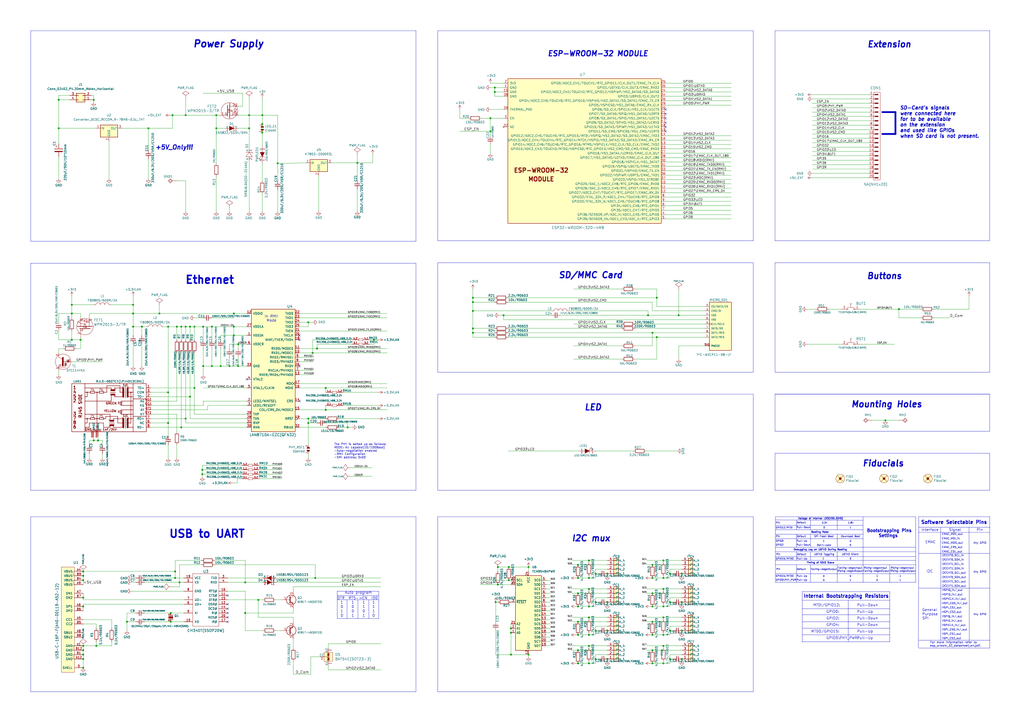
<source format=kicad_sch>
(kicad_sch (version 20230121) (generator eeschema)
  (paper "A2")
  (title_block (title "ESP32-DEVKIT-L") (date "2023-03-04") (rev "0") (company "HASATIO"))
  (junction (at 288.798 339.09))
  (junction (at 207.264 94.488))
  (junction (at 335.28 360.68))
  (junction (at 97.536 227.584))
  (junction (at 378.46 368.3))
  (junction (at 384.81 374.65))
  (junction (at 216.916 197.104))
  (junction (at 188.976 237.744))
  (junction (at 352.298 365.76))
  (junction (at 48.26 387.35))
  (junction (at 77.216 181.864))
  (junction (at 77.216 189.484))
  (junction (at 378.46 327.66))
  (junction (at 381 172.72))
  (junction (at 101.6 335.28))
  (junction (at 513.588 243.84))
  (junction (at 92.456 181.864))
  (junction (at 133.096 212.344))
  (junction (at 345.44 365.76))
  (junction (at 105.156 189.484))
  (junction (at 341.63 351.79))
  (junction (at 381 195.58))
  (junction (at 46.736 197.104))
  (junction (at 341.63 325.12))
  (junction (at 284.48 76.2))
  (junction (at 178.816 186.944))
  (junction (at 378.46 360.68))
  (junction (at 378.46 384.81))
  (junction (at 341.63 374.65))
  (junction (at 99.06 355.6))
  (junction (at 135.636 194.564))
  (junction (at 41.656 176.784))
  (junction (at 138.176 199.644))
  (junction (at 178.816 242.824))
  (junction (at 122.936 212.344))
  (junction (at 138.176 212.344))
  (junction (at 188.976 225.044))
  (junction (at 395.478 332.74))
  (junction (at 384.81 325.12))
  (junction (at 48.26 374.65))
  (junction (at 97.536 245.364))
  (junction (at 117.348 275.082))
  (junction (at 152.146 66.802))
  (junction (at 335.28 344.17))
  (junction (at 117.856 189.484))
  (junction (at 284.48 68.58))
  (junction (at 287.528 349.25))
  (junction (at 378.46 193.04))
  (junction (at 335.28 351.79))
  (junction (at 375.92 182.88))
  (junction (at 341.63 341.63))
  (junction (at 112.776 225.044))
  (junction (at 161.036 94.742))
  (junction (at 395.478 365.76))
  (junction (at 142.24 355.6))
  (junction (at 352.298 382.27))
  (junction (at 135.636 189.484))
  (junction (at 112.776 189.484))
  (junction (at 48.26 379.73))
  (junction (at 152.146 71.882))
  (junction (at 274.32 180.34))
  (junction (at 395.478 349.25))
  (junction (at 86.106 74.422))
  (junction (at 48.26 382.27))
  (junction (at 56.896 255.524))
  (junction (at 82.296 189.484))
  (junction (at 41.656 181.864))
  (junction (at 55.88 374.65))
  (junction (at 335.28 377.19))
  (junction (at 378.46 335.28))
  (junction (at 345.44 332.74))
  (junction (at 41.656 197.104))
  (junction (at 48.26 336.55))
  (junction (at 110.236 189.484))
  (junction (at 388.62 365.76))
  (junction (at 178.816 245.364))
  (junction (at 384.81 351.79))
  (junction (at 378.46 377.19))
  (junction (at 48.26 346.71))
  (junction (at 341.63 335.28))
  (junction (at 341.63 368.3))
  (junction (at 104.14 337.82))
  (junction (at 384.81 335.28))
  (junction (at 335.28 384.81))
  (junction (at 183.896 202.184))
  (junction (at 54.356 57.912))
  (junction (at 48.26 377.19))
  (junction (at 181.356 204.724))
  (junction (at 149.86 347.98))
  (junction (at 54.356 255.524))
  (junction (at 335.28 368.3))
  (junction (at 341.63 358.14))
  (junction (at 97.536 189.484))
  (junction (at 201.676 247.904))
  (junction (at 388.62 349.25))
  (junction (at 352.298 332.74))
  (junction (at 274.32 175.26))
  (junction (at 288.798 328.93))
  (junction (at 122.936 189.484))
  (junction (at 274.32 172.72))
  (junction (at 48.26 331.47))
  (junction (at 117.856 212.344))
  (junction (at 107.696 189.484))
  (junction (at 341.63 384.81))
  (junction (at 306.578 328.93))
  (junction (at 73.66 360.68))
  (junction (at 107.696 242.824))
  (junction (at 335.28 335.28))
  (junction (at 48.26 334.01))
  (junction (at 345.44 349.25))
  (junction (at 384.81 358.14))
  (junction (at 384.81 384.81))
  (junction (at 110.236 230.124))
  (junction (at 101.6 331.47))
  (junction (at 292.1 182.88))
  (junction (at 125.476 66.802))
  (junction (at 388.62 332.74))
  (junction (at 378.46 351.79))
  (junction (at 296.418 379.73))
  (junction (at 274.32 193.04))
  (junction (at 395.478 382.27))
  (junction (at 521.462 179.324))
  (junction (at 378.46 344.17))
  (junction (at 105.156 247.904))
  (junction (at 48.26 351.79))
  (junction (at 274.32 190.5))
  (junction (at 182.88 335.28))
  (junction (at 384.81 368.3))
  (junction (at 295.148 336.55))
  (junction (at 99.06 360.68))
  (junction (at 135.636 181.864))
  (junction (at 287.02 50.8))
  (junction (at 107.696 66.802))
  (junction (at 352.298 349.25))
  (junction (at 117.348 272.542))
  (junction (at 128.016 212.344))
  (junction (at 142.24 337.82))
  (junction (at 77.216 176.784))
  (junction (at 295.148 328.93))
  (junction (at 102.616 189.484))
  (junction (at 287.02 53.34))
  (junction (at 296.418 364.49))
  (junction (at 144.526 74.422))
  (junction (at 345.44 382.27))
  (junction (at 144.526 66.802))
  (junction (at 306.578 379.73))
  (junction (at 34.036 57.912))
  (junction (at 335.28 327.66))
  (junction (at 384.81 341.63))
  (junction (at 393.7 182.88))
  (junction (at 152.146 76.962))
  (junction (at 34.036 74.422))
  (junction (at 388.62 382.27))
  (junction (at 125.476 74.422))
  (junction (at 100.076 66.802))
  (junction (at 296.418 367.03))
  (no_connect (at 132.08 355.6))
  (no_connect (at 173.736 232.664))
  (no_connect (at 143.256 219.964))
  (no_connect (at 386.08 63.5))
  (no_connect (at 132.08 350.52))
  (no_connect (at 173.736 212.344))
  (no_connect (at 386.08 66.04))
  (no_connect (at 386.08 71.12))
  (no_connect (at 386.08 73.66))
  (no_connect (at 386.08 76.2))
  (no_connect (at 132.08 358.14))
  (no_connect (at 132.08 360.68))
  (no_connect (at 132.08 353.06))
  (no_connect (at 173.736 194.564))
  (no_connect (at 173.736 197.104))
  (no_connect (at 386.08 68.58))
  (no_connect (at 132.08 345.44))
  (wire (pts (xy 341.63 358.14) (xy 341.63 359.41)))
  (wire (pts (xy 55.88 361.95) (xy 55.88 364.49)))
  (polyline (pts (xy 449.834 299.72) (xy 531.114 299.72)))
  (wire (pts (xy 173.736 222.504) (xy 224.536 222.504)))
  (wire (pts (xy 143.256 232.664) (xy 117.856 232.664)))
  (wire (pts (xy 135.636 184.404) (xy 135.636 181.864)))
  (wire (pts (xy 287.528 349.25) (xy 288.798 349.25)))
  (wire (pts (xy 294.64 190.5) (xy 360.68 190.5)))
  (wire (pts (xy 341.63 374.65) (xy 341.63 375.92)))
  (polyline (pts (xy 574.04 152.4) (xy 449.58 152.4)))
  (wire (pts (xy 100.076 66.802) (xy 107.696 66.802)))
  (wire (pts (xy 46.736 181.864) (xy 41.656 181.864)))
  (wire (pts (xy 105.156 197.104) (xy 105.156 189.484)))
  (polyline (pts (xy 470.154 327.66) (xy 470.154 337.82)))
  (wire (pts (xy 64.77 359.41) (xy 64.77 364.49)))
  (wire (pts (xy 48.26 350.52) (xy 48.26 351.79)))
  (wire (pts (xy 381 167.64) (xy 368.3 167.64)))
  (wire (pts (xy 334.01 368.3) (xy 335.28 368.3)))
  (wire (pts (xy 190.5 388.62) (xy 220.98 388.62)))
  (wire (pts (xy 319.278 367.03) (xy 316.738 367.03)))
  (wire (pts (xy 59.436 263.144) (xy 59.436 265.684)))
  (polyline (pts (xy 574.167 299.72) (xy 574.167 375.92)))
  (wire (pts (xy 541.782 184.404) (xy 550.926 184.404)))
  (polyline (pts (xy 219.71 342.9) (xy 195.58 342.9)))
  (wire (pts (xy 138.176 199.644) (xy 143.256 199.644)))
  (wire (pts (xy 386.08 116.84) (xy 424.18 116.84)))
  (wire (pts (xy 117.856 212.344) (xy 117.856 217.424)))
  (polyline (pts (xy 254 228.6) (xy 436.88 228.6)))
  (wire (pts (xy 384.81 374.65) (xy 395.478 374.65)))
  (wire (pts (xy 173.736 225.044) (xy 188.976 225.044)))
  (polyline (pts (xy 436.88 228.6) (xy 436.88 284.48)))
  (wire (pts (xy 316.738 354.33) (xy 319.278 354.33)))
  (wire (pts (xy 388.62 332.74) (xy 388.62 330.2)))
  (wire (pts (xy 378.46 344.17) (xy 395.478 344.17)))
  (wire (pts (xy 160.02 347.98) (xy 162.56 347.98)))
  (wire (pts (xy 274.32 167.64) (xy 274.32 172.72)))
  (wire (pts (xy 386.08 109.22) (xy 424.18 109.22)))
  (wire (pts (xy 352.298 334.01) (xy 352.298 332.74)))
  (wire (pts (xy 86.106 74.422) (xy 86.106 87.122)))
  (polyline (pts (xy 254 152.4) (xy 254 215.9)))
  (wire (pts (xy 54.356 57.912) (xy 54.356 59.182)))
  (wire (pts (xy 149.86 347.98) (xy 152.4 347.98)))
  (wire (pts (xy 388.62 349.25) (xy 388.62 351.79)))
  (wire (pts (xy 274.32 175.26) (xy 287.02 175.26)))
  (wire (pts (xy 97.536 245.364) (xy 87.376 245.364)))
  (wire (pts (xy 294.64 175.26) (xy 378.46 175.26)))
  (wire (pts (xy 335.28 327.66) (xy 352.298 327.66)))
  (wire (pts (xy 34.036 55.372) (xy 34.036 57.912)))
  (wire (pts (xy 345.44 332.74) (xy 345.44 330.2)))
  (wire (pts (xy 135.636 189.484) (xy 143.256 189.484)))
  (polyline (pts (xy 532.892 308.864) (xy 574.167 308.864)))
  (polyline (pts (xy 562.102 305.816) (xy 562.229 371.348)))
  (wire (pts (xy 46.736 202.184) (xy 44.196 202.184)))
  (wire (pts (xy 345.44 365.76) (xy 345.44 363.22)))
  (wire (pts (xy 388.62 382.27) (xy 390.398 382.27)))
  (wire (pts (xy 393.7 182.88) (xy 408.94 182.88)))
  (wire (pts (xy 284.48 78.74) (xy 284.48 76.2)))
  (wire (pts (xy 274.32 190.5) (xy 274.32 193.04)))
  (wire (pts (xy 202.946 276.352) (xy 215.646 276.352)))
  (wire (pts (xy 183.896 199.644) (xy 183.896 202.184)))
  (polyline (pts (xy 213.995 347.98) (xy 213.995 358.775)))
  (wire (pts (xy 284.48 83.82) (xy 284.48 88.9)))
  (wire (pts (xy 51.816 181.864) (xy 77.216 181.864)))
  (wire (pts (xy 97.536 189.484) (xy 102.616 189.484)))
  (wire (pts (xy 83.82 337.82) (xy 104.14 337.82)))
  (wire (pts (xy 102.616 258.064) (xy 102.616 265.684)))
  (polyline (pts (xy 449.834 337.82) (xy 531.114 337.82)))
  (polyline (pts (xy 449.58 215.9) (xy 574.04 215.9)))
  (wire (pts (xy 214.376 197.104) (xy 216.916 197.104)))
  (wire (pts (xy 105.156 189.484) (xy 107.696 189.484)))
  (wire (pts (xy 504.19 72.644) (xy 471.17 72.644)))
  (wire (pts (xy 82.296 199.644) (xy 82.296 212.344)))
  (wire (pts (xy 386.08 99.06) (xy 424.18 99.06)))
  (wire (pts (xy 77.216 181.864) (xy 92.456 181.864)))
  (wire (pts (xy 77.216 199.644) (xy 77.216 212.344)))
  (wire (pts (xy 101.6 331.47) (xy 101.6 335.28)))
  (polyline (pts (xy 465.328 343.154) (xy 516.128 343.154)))
  (wire (pts (xy 375.158 344.17) (xy 378.46 344.17)))
  (wire (pts (xy 341.63 358.14) (xy 352.298 358.14)))
  (wire (pts (xy 331.978 377.19) (xy 335.28 377.19)))
  (wire (pts (xy 188.976 245.364) (xy 201.676 245.364)))
  (polyline (pts (xy 500.634 337.82) (xy 500.634 299.72)))
  (wire (pts (xy 107.696 204.724) (xy 107.696 242.824)))
  (polyline (pts (xy 532.892 321.056) (xy 574.167 321.056)))
  (wire (pts (xy 296.418 364.49) (xy 296.418 367.03)))
  (polyline (pts (xy 17.78 17.78) (xy 241.3 17.78)))
  (wire (pts (xy 386.08 121.92) (xy 424.18 121.92)))
  (wire (pts (xy 190.5 373.38) (xy 220.98 373.38)))
  (polyline (pts (xy 449.834 309.88) (xy 500.634 309.88)))
  (wire (pts (xy 345.44 351.79) (xy 345.44 349.25)))
  (wire (pts (xy 386.08 106.68) (xy 424.18 106.68)))
  (polyline (pts (xy 511.81 65.024) (xy 519.43 65.024)) (stroke (width 1.016) (type solid)))
  (polyline (pts (xy 462.026 309.88) (xy 462.026 317.5)))
  (wire (pts (xy 287.528 349.25) (xy 287.528 360.68)))
  (wire (pts (xy 274.32 172.72) (xy 274.32 175.26)))
  (wire (pts (xy 341.63 384.81) (xy 345.44 384.81)))
  (wire (pts (xy 54.356 57.912) (xy 54.356 55.372)))
  (wire (pts (xy 384.81 326.39) (xy 384.81 325.12)))
  (wire (pts (xy 505.968 243.84) (xy 513.588 243.84)))
  (wire (pts (xy 180.34 391.16) (xy 180.34 381)))
  (wire (pts (xy 87.376 232.664) (xy 102.616 232.664)))
  (wire (pts (xy 140.208 275.082) (xy 117.348 275.082)))
  (wire (pts (xy 386.08 50.8) (xy 424.18 50.8)))
  (polyline (pts (xy 254 284.48) (xy 254 228.6)))
  (wire (pts (xy 319.278 349.25) (xy 316.738 349.25)))
  (wire (pts (xy 386.08 119.38) (xy 424.18 119.38)))
  (wire (pts (xy 341.63 374.65) (xy 352.298 374.65)))
  (polyline (pts (xy 470.154 301.625) (xy 470.154 307.34)))
  (polyline (pts (xy 574.04 17.78) (xy 449.58 17.78)))
  (wire (pts (xy 378.46 335.28) (xy 384.81 335.28)))
  (polyline (pts (xy 449.834 304.8) (xy 500.634 304.8)))
  (wire (pts (xy 335.28 351.79) (xy 341.63 351.79)))
  (polyline (pts (xy 574.04 215.9) (xy 574.04 152.4)))
  (wire (pts (xy 160.02 335.28) (xy 182.88 335.28)))
  (wire (pts (xy 133.096 212.344) (xy 133.096 207.264)))
  (wire (pts (xy 360.68 167.64) (xy 332.74 167.64)))
  (wire (pts (xy 161.036 94.742) (xy 177.292 94.488)))
  (wire (pts (xy 341.63 368.3) (xy 341.63 367.03)))
  (wire (pts (xy 117.856 212.344) (xy 122.936 212.344)))
  (wire (pts (xy 375.158 341.63) (xy 384.81 341.63)))
  (wire (pts (xy 144.526 56.642) (xy 144.526 66.802)))
  (wire (pts (xy 77.216 181.864) (xy 77.216 189.484)))
  (wire (pts (xy 170.18 383.54) (xy 170.18 391.16)))
  (wire (pts (xy 106.68 350.52) (xy 48.26 350.52)))
  (wire (pts (xy 102.616 197.104) (xy 102.616 189.484)))
  (wire (pts (xy 562.102 179.324) (xy 562.102 171.704)))
  (wire (pts (xy 347.218 382.27) (xy 345.44 382.27)))
  (wire (pts (xy 41.656 192.024) (xy 41.656 197.104)))
  (polyline (pts (xy 574.04 139.7) (xy 574.04 17.78)))
  (wire (pts (xy 292.1 182.88) (xy 320.04 182.88)))
  (wire (pts (xy 386.08 124.46) (xy 424.18 124.46)))
  (wire (pts (xy 341.63 325.12) (xy 352.298 325.12)))
  (polyline (pts (xy 449.58 228.6) (xy 574.04 228.6)))
  (wire (pts (xy 117.348 275.082) (xy 117.348 276.606)))
  (wire (pts (xy 384.81 358.14) (xy 384.81 359.41)))
  (wire (pts (xy 78.74 360.68) (xy 73.66 360.68)))
  (wire (pts (xy 54.356 252.984) (xy 54.356 255.524)))
  (wire (pts (xy 378.46 368.3) (xy 384.81 368.3)))
  (wire (pts (xy 173.736 217.424) (xy 181.356 217.424)))
  (polyline (pts (xy 17.78 299.72) (xy 17.78 401.32)))
  (wire (pts (xy 341.63 325.12) (xy 341.63 326.39)))
  (wire (pts (xy 386.08 48.26) (xy 424.18 48.26)))
  (wire (pts (xy 34.036 197.104) (xy 41.656 197.104)))
  (wire (pts (xy 504.19 100.584) (xy 471.17 100.584)))
  (wire (pts (xy 196.596 247.904) (xy 201.676 247.904)))
  (wire (pts (xy 102.616 189.484) (xy 105.156 189.484)))
  (wire (pts (xy 207.264 109.728) (xy 207.264 122.428)))
  (wire (pts (xy 117.856 232.664) (xy 117.856 235.204)))
  (wire (pts (xy 386.08 60.96) (xy 424.18 60.96)))
  (polyline (pts (xy 532.765 375.92) (xy 532.892 299.72)))
  (wire (pts (xy 345.44 332.74) (xy 347.218 332.74)))
  (wire (pts (xy 335.28 377.19) (xy 352.298 377.19)))
  (wire (pts (xy 173.736 184.404) (xy 224.536 184.404)))
  (wire (pts (xy 201.676 245.364) (xy 201.676 247.904)))
  (wire (pts (xy 204.216 199.644) (xy 183.896 199.644)))
  (wire (pts (xy 178.816 245.364) (xy 183.896 245.364)))
  (wire (pts (xy 424.18 86.36) (xy 386.08 86.36)))
  (wire (pts (xy 345.44 363.22) (xy 352.298 363.22)))
  (wire (pts (xy 468.122 179.324) (xy 473.202 179.324)))
  (wire (pts (xy 295.148 336.55) (xy 296.418 336.55)))
  (polyline (pts (xy 436.88 401.32) (xy 436.88 299.72)))
  (wire (pts (xy 34.036 57.912) (xy 40.386 57.912)))
  (wire (pts (xy 319.278 359.41) (xy 316.738 359.41)))
  (polyline (pts (xy 17.78 299.72) (xy 241.3 299.72)))
  (polyline (pts (xy 519.43 65.024) (xy 519.43 77.724)) (stroke (width 1.016) (type solid)))
  (wire (pts (xy 132.08 342.9) (xy 142.24 342.9)))
  (wire (pts (xy 143.256 235.204) (xy 120.396 235.204)))
  (wire (pts (xy 107.696 242.824) (xy 107.696 245.364)))
  (wire (pts (xy 97.536 245.364) (xy 97.536 252.984)))
  (wire (pts (xy 48.26 334.01) (xy 48.26 336.55)))
  (polyline (pts (xy 485.648 327.66) (xy 485.648 337.82)))
  (wire (pts (xy 219.456 235.204) (xy 199.136 235.204)))
  (wire (pts (xy 384.81 368.3) (xy 384.81 367.03)))
  (wire (pts (xy 170.18 353.06) (xy 170.18 355.6)))
  (wire (pts (xy 83.82 360.68) (xy 99.06 360.68)))
  (wire (pts (xy 378.46 360.68) (xy 395.478 360.68)))
  (polyline (pts (xy 17.78 152.654) (xy 241.3 152.654)))
  (wire (pts (xy 41.656 209.804) (xy 59.436 209.804)))
  (wire (pts (xy 390.398 349.25) (xy 388.62 349.25)))
  (wire (pts (xy 77.216 171.704) (xy 77.216 176.784)))
  (wire (pts (xy 386.08 53.34) (xy 424.18 53.34)))
  (polyline (pts (xy 436.88 215.9) (xy 436.88 152.4)))
  (wire (pts (xy 274.32 180.34) (xy 274.32 190.5)))
  (wire (pts (xy 266.7 68.58) (xy 271.78 68.58)))
  (polyline (pts (xy 470.154 309.88) (xy 470.154 317.5)))
  (wire (pts (xy 219.456 242.824) (xy 196.596 242.824)))
  (wire (pts (xy 140.716 61.722) (xy 140.716 54.102)))
  (wire (pts (xy 341.63 335.28) (xy 345.44 335.28)))
  (wire (pts (xy 534.162 184.404) (xy 521.462 184.404)))
  (wire (pts (xy 101.6 335.28) (xy 106.68 335.28)))
  (wire (pts (xy 173.736 189.484) (xy 178.816 189.484)))
  (wire (pts (xy 48.26 351.79) (xy 48.26 354.33)))
  (wire (pts (xy 274.32 175.26) (xy 274.32 180.34)))
  (polyline (pts (xy 462.026 327.66) (xy 462.026 337.82)))
  (wire (pts (xy 152.146 122.682) (xy 152.146 112.522)))
  (wire (pts (xy 381 195.58) (xy 381 208.28)))
  (wire (pts (xy 384.81 341.63) (xy 384.81 342.9)))
  (wire (pts (xy 521.462 184.404) (xy 521.462 179.324)))
  (wire (pts (xy 384.81 335.28) (xy 388.62 335.28)))
  (wire (pts (xy 160.02 365.76) (xy 162.56 365.76)))
  (wire (pts (xy 117.348 272.542) (xy 117.348 275.082)))
  (wire (pts (xy 152.146 66.802) (xy 152.146 71.882)))
  (wire (pts (xy 107.696 122.682) (xy 107.696 104.902)))
  (wire (pts (xy 377.19 351.79) (xy 378.46 351.79)))
  (wire (pts (xy 480.822 179.324) (xy 488.442 179.324)))
  (wire (pts (xy 98.806 66.802) (xy 100.076 66.802)))
  (wire (pts (xy 386.08 101.6) (xy 424.18 101.6)))
  (wire (pts (xy 331.978 358.14) (xy 341.63 358.14)))
  (wire (pts (xy 105.156 204.724) (xy 105.156 247.904)))
  (wire (pts (xy 46.736 195.834) (xy 46.736 197.104)))
  (wire (pts (xy 377.19 384.81) (xy 378.46 384.81)))
  (wire (pts (xy 132.08 347.98) (xy 149.86 347.98)))
  (wire (pts (xy 41.656 171.704) (xy 41.656 176.784)))
  (wire (pts (xy 192.532 94.488) (xy 207.264 94.488)))
  (wire (pts (xy 375.158 327.66) (xy 378.46 327.66)))
  (wire (pts (xy 386.08 83.82) (xy 424.18 83.82)))
  (wire (pts (xy 117.856 184.404) (xy 112.776 184.404)))
  (wire (pts (xy 504.19 90.424) (xy 471.17 90.424)))
  (wire (pts (xy 135.128 280.162) (xy 137.668 280.162)))
  (polyline (pts (xy 470.154 320.04) (xy 470.154 325.12)))
  (wire (pts (xy 112.776 197.104) (xy 112.776 189.484)))
  (wire (pts (xy 97.536 227.584) (xy 97.536 245.364)))
  (wire (pts (xy 334.01 384.81) (xy 335.28 384.81)))
  (wire (pts (xy 133.096 212.344) (xy 138.176 212.344)))
  (wire (pts (xy 214.376 199.644) (xy 216.916 199.644)))
  (wire (pts (xy 34.036 181.864) (xy 41.656 181.864)))
  (wire (pts (xy 112.776 225.044) (xy 112.776 240.284)))
  (wire (pts (xy 504.19 103.124) (xy 471.17 103.124)))
  (polyline (pts (xy 449.58 250.19) (xy 574.04 250.19)))
  (polyline (pts (xy 449.834 307.34) (xy 500.634 307.34)))
  (polyline (pts (xy 449.834 317.5) (xy 531.114 317.5)))
  (wire (pts (xy 170.18 370.84) (xy 170.18 375.92)))
  (wire (pts (xy 375.158 325.12) (xy 384.81 325.12)))
  (wire (pts (xy 504.19 57.404) (xy 471.17 57.404)))
  (wire (pts (xy 48.26 374.65) (xy 48.26 377.19)))
  (wire (pts (xy 395.478 383.54) (xy 395.478 382.27)))
  (wire (pts (xy 173.736 181.864) (xy 224.536 181.864)))
  (wire (pts (xy 140.208 270.002) (xy 117.348 270.002)))
  (wire (pts (xy 395.478 346.71) (xy 388.62 346.71)))
  (wire (pts (xy 504.19 92.964) (xy 471.17 92.964)))
  (wire (pts (xy 294.64 193.04) (xy 378.46 193.04)))
  (wire (pts (xy 34.036 90.932) (xy 34.036 103.632)))
  (polyline (pts (xy 574.294 375.92) (xy 533.019 375.92)))
  (wire (pts (xy 48.26 336.55) (xy 48.26 339.09)))
  (wire (pts (xy 48.26 374.65) (xy 55.88 374.65)))
  (wire (pts (xy 388.62 330.2) (xy 395.478 330.2)))
  (wire (pts (xy 296.418 361.95) (xy 296.418 364.49)))
  (polyline (pts (xy 219.71 358.775) (xy 195.58 358.775)))
  (wire (pts (xy 110.236 242.824) (xy 143.256 242.824)))
  (wire (pts (xy 278.638 336.55) (xy 295.148 336.55)))
  (wire (pts (xy 521.462 179.324) (xy 534.162 179.324)))
  (wire (pts (xy 319.278 364.49) (xy 316.738 364.49)))
  (wire (pts (xy 135.636 181.864) (xy 143.256 181.864)))
  (wire (pts (xy 144.526 66.802) (xy 152.146 66.802)))
  (wire (pts (xy 287.02 53.34) (xy 287.02 55.88)))
  (wire (pts (xy 130.556 74.422) (xy 125.476 74.422)))
  (wire (pts (xy 173.736 237.744) (xy 188.976 237.744)))
  (wire (pts (xy 341.63 341.63) (xy 352.298 341.63)))
  (wire (pts (xy 107.696 189.484) (xy 110.236 189.484)))
  (wire (pts (xy 105.156 247.904) (xy 143.256 247.904)))
  (wire (pts (xy 388.62 365.76) (xy 388.62 368.3)))
  (wire (pts (xy 386.08 78.74) (xy 424.18 78.74)))
  (wire (pts (xy 368.3 190.5) (xy 408.94 190.5)))
  (wire (pts (xy 378.46 200.66) (xy 368.3 200.66)))
  (wire (pts (xy 381 195.58) (xy 408.94 195.58)))
  (wire (pts (xy 204.216 197.104) (xy 181.356 197.104)))
  (wire (pts (xy 170.18 355.6) (xy 142.24 355.6)))
  (wire (pts (xy 51.816 255.524) (xy 54.356 255.524)))
  (wire (pts (xy 107.696 56.642) (xy 107.696 66.802)))
  (wire (pts (xy 107.696 197.104) (xy 107.696 189.484)))
  (wire (pts (xy 178.816 265.684) (xy 178.816 263.144)))
  (wire (pts (xy 288.798 331.47) (xy 288.798 328.93)))
  (wire (pts (xy 207.264 94.488) (xy 207.264 104.648)))
  (wire (pts (xy 388.62 335.28) (xy 388.62 332.74)))
  (wire (pts (xy 345.44 368.3) (xy 345.44 365.76)))
  (wire (pts (xy 140.208 272.542) (xy 117.348 272.542)))
  (wire (pts (xy 504.19 75.184) (xy 471.17 75.184)))
  (wire (pts (xy 190.5 373.38) (xy 190.5 375.92)))
  (wire (pts (xy 128.016 212.344) (xy 133.096 212.344)))
  (wire (pts (xy 135.636 194.564) (xy 143.256 194.564)))
  (wire (pts (xy 51.816 263.144) (xy 51.816 265.684)))
  (polyline (pts (xy 465.328 368.3) (xy 516.128 368.3)))
  (wire (pts (xy 122.936 189.484) (xy 135.636 189.484)))
  (wire (pts (xy 377.19 335.28) (xy 378.46 335.28)))
  (polyline (pts (xy 201.295 347.98) (xy 201.295 358.775)))
  (wire (pts (xy 284.48 76.2) (xy 266.7 76.2)))
  (wire (pts (xy 504.19 54.864) (xy 471.17 54.864)))
  (wire (pts (xy 216.154 94.488) (xy 216.154 89.408)))
  (wire (pts (xy 378.46 327.66) (xy 395.478 327.66)))
  (wire (pts (xy 122.936 197.104) (xy 122.936 189.484)))
  (wire (pts (xy 48.26 382.27) (xy 48.26 387.35)))
  (wire (pts (xy 41.656 181.864) (xy 41.656 184.404)))
  (wire (pts (xy 137.668 280.162) (xy 137.668 277.622)))
  (wire (pts (xy 170.18 340.36) (xy 220.98 340.36)))
  (wire (pts (xy 41.91 374.65) (xy 48.26 374.65)))
  (wire (pts (xy 375.158 358.14) (xy 384.81 358.14)))
  (wire (pts (xy 117.856 189.484) (xy 122.936 189.484)))
  (wire (pts (xy 330.2 180.34) (xy 375.92 180.34)))
  (wire (pts (xy 97.536 258.064) (xy 97.536 265.684)))
  (wire (pts (xy 388.62 379.73) (xy 388.62 382.27)))
  (wire (pts (xy 384.81 368.3) (xy 388.62 368.3)))
  (wire (pts (xy 132.08 337.82) (xy 142.24 337.82)))
  (polyline (pts (xy 465.328 372.237) (xy 516.128 372.237)))
  (wire (pts (xy 284.48 68.58) (xy 284.48 76.2)))
  (wire (pts (xy 161.036 66.802) (xy 161.036 94.742)))
  (wire (pts (xy 77.216 189.484) (xy 77.216 194.564)))
  (wire (pts (xy 521.208 243.84) (xy 513.588 243.84)))
  (wire (pts (xy 152.146 71.882) (xy 152.146 76.962)))
  (wire (pts (xy 55.88 372.11) (xy 55.88 374.65)))
  (wire (pts (xy 319.278 361.95) (xy 316.738 361.95)))
  (wire (pts (xy 173.736 207.264) (xy 181.356 207.264)))
  (wire (pts (xy 120.396 237.744) (xy 87.376 237.744)))
  (wire (pts (xy 125.476 66.802) (xy 125.476 74.422)))
  (wire (pts (xy 504.19 70.104) (xy 471.17 70.104)))
  (polyline (pts (xy 449.58 139.7) (xy 574.04 139.7)))
  (wire (pts (xy 101.6 325.12) (xy 116.84 325.12)))
  (wire (pts (xy 190.5 386.08) (xy 190.5 388.62)))
  (wire (pts (xy 378.46 351.79) (xy 384.81 351.79)))
  (wire (pts (xy 48.26 331.47) (xy 101.6 331.47)))
  (polyline (pts (xy 531.114 337.82) (xy 531.114 299.72)))
  (wire (pts (xy 34.036 217.424) (xy 34.036 214.884)))
  (wire (pts (xy 70.866 74.422) (xy 86.106 74.422)))
  (wire (pts (xy 319.278 341.63) (xy 316.738 341.63)))
  (wire (pts (xy 133.096 199.644) (xy 138.176 199.644)))
  (wire (pts (xy 138.176 74.422) (xy 144.526 74.422)))
  (wire (pts (xy 288.798 328.93) (xy 295.148 328.93)))
  (wire (pts (xy 144.526 66.802) (xy 144.526 74.422)))
  (polyline (pts (xy 449.58 228.6) (xy 574.04 228.6)))
  (wire (pts (xy 284.48 50.8) (xy 287.02 50.8)))
  (wire (pts (xy 395.478 350.52) (xy 395.478 349.25)))
  (wire (pts (xy 216.916 199.644) (xy 216.916 197.104)))
  (wire (pts (xy 388.62 365.76) (xy 390.398 365.76)))
  (wire (pts (xy 77.216 189.484) (xy 82.296 189.484)))
  (wire (pts (xy 117.856 235.204) (xy 87.376 235.204)))
  (wire (pts (xy 266.7 63.5) (xy 266.7 68.58)))
  (wire (pts (xy 381 172.72) (xy 294.64 172.72)))
  (wire (pts (xy 142.24 337.82) (xy 152.4 337.82)))
  (wire (pts (xy 41.656 176.784) (xy 41.656 181.864)))
  (wire (pts (xy 378.46 180.34) (xy 408.94 180.34)))
  (wire (pts (xy 104.14 340.36) (xy 104.14 337.82)))
  (wire (pts (xy 388.62 384.81) (xy 384.81 384.81)))
  (wire (pts (xy 183.896 202.184) (xy 224.536 202.184)))
  (polyline (pts (xy 449.834 327.66) (xy 531.114 327.66)))
  (wire (pts (xy 278.638 339.09) (xy 288.798 339.09)))
  (polyline (pts (xy 516.128 327.66) (xy 516.128 337.82)))
  (wire (pts (xy 150.368 275.082) (xy 163.068 275.082)))
  (polyline (pts (xy 516.128 343.154) (xy 516.128 372.364)))
  (wire (pts (xy 125.476 122.682) (xy 125.476 102.362)))
  (wire (pts (xy 393.7 167.64) (xy 393.7 182.88)))
  (polyline (pts (xy 219.71 342.9) (xy 219.71 358.775)))
  (wire (pts (xy 178.816 242.824) (xy 188.976 242.824)))
  (wire (pts (xy 471.17 85.344) (xy 504.19 85.344)))
  (polyline (pts (xy 449.834 320.04) (xy 531.114 320.04)))
  (wire (pts (xy 152.146 66.802) (xy 161.036 66.802)))
  (polyline (pts (xy 436.88 284.48) (xy 254 284.48)))
  (wire (pts (xy 160.02 337.82) (xy 220.98 337.82)))
  (wire (pts (xy 341.63 368.3) (xy 345.44 368.3)))
  (polyline (pts (xy 254 139.7) (xy 436.88 139.7)))
  (wire (pts (xy 352.298 367.03) (xy 352.298 365.76)))
  (wire (pts (xy 287.02 55.88) (xy 292.1 55.88)))
  (wire (pts (xy 375.92 182.88) (xy 393.7 182.88)))
  (polyline (pts (xy 465.328 360.68) (xy 516.128 360.68)))
  (polyline (pts (xy 449.58 17.78) (xy 449.58 139.7)))
  (polyline (pts (xy 449.834 301.625) (xy 500.634 301.752)))
  (wire (pts (xy 408.94 187.96) (xy 368.3 187.96)))
  (wire (pts (xy 367.284 261.62) (xy 345.694 261.62)))
  (wire (pts (xy 97.536 227.584) (xy 87.376 227.584)))
  (wire (pts (xy 181.356 204.724) (xy 224.536 204.724)))
  (wire (pts (xy 150.368 277.622) (xy 163.068 277.622)))
  (wire (pts (xy 345.44 379.73) (xy 345.44 382.27)))
  (wire (pts (xy 112.776 225.044) (xy 87.376 225.044)))
  (wire (pts (xy 378.46 175.26) (xy 378.46 180.34)))
  (wire (pts (xy 51.816 258.064) (xy 51.816 255.524)))
  (wire (pts (xy 138.176 212.344) (xy 143.256 212.344)))
  (polyline (pts (xy 241.3 17.78) (xy 241.3 139.954)))
  (wire (pts (xy 331.978 374.65) (xy 341.63 374.65)))
  (wire (pts (xy 122.936 212.344) (xy 128.016 212.344)))
  (wire (pts (xy 144.526 122.682) (xy 144.526 92.202)))
  (wire (pts (xy 504.19 82.804) (xy 471.17 82.804)))
  (wire (pts (xy 133.096 199.644) (xy 133.096 202.184)))
  (wire (pts (xy 378.46 377.19) (xy 395.478 377.19)))
  (polyline (pts (xy 241.3 401.32) (xy 241.3 299.72)))
  (wire (pts (xy 173.736 186.944) (xy 178.816 186.944)))
  (wire (pts (xy 99.06 340.36) (xy 104.14 340.36)))
  (polyline (pts (xy 254 401.32) (xy 436.88 401.32)))
  (polyline (pts (xy 195.58 342.9) (xy 195.58 358.775)))
  (wire (pts (xy 48.26 377.19) (xy 48.26 379.73)))
  (wire (pts (xy 375.158 360.68) (xy 378.46 360.68)))
  (wire (pts (xy 341.63 342.9) (xy 341.63 341.63)))
  (wire (pts (xy 341.63 384.81) (xy 341.63 383.54)))
  (wire (pts (xy 143.256 225.044) (xy 117.856 225.044)))
  (wire (pts (xy 149.86 358.14) (xy 149.86 347.98)))
  (polyline (pts (xy 449.58 284.48) (xy 449.58 262.89)))
  (wire (pts (xy 110.236 204.724) (xy 110.236 230.124)))
  (polyline (pts (xy 449.834 332.74) (xy 531.114 332.74)))
  (wire (pts (xy 386.08 114.3) (xy 424.18 114.3)))
  (wire (pts (xy 87.376 247.904) (xy 105.156 247.904)))
  (wire (pts (xy 504.19 65.024) (xy 471.17 65.024)))
  (wire (pts (xy 54.356 176.784) (xy 41.656 176.784)))
  (wire (pts (xy 116.84 327.66) (xy 104.14 327.66)))
  (wire (pts (xy 138.176 202.184) (xy 138.176 199.644)))
  (wire (pts (xy 173.736 209.804) (xy 181.356 209.804)))
  (wire (pts (xy 388.62 346.71) (xy 388.62 349.25)))
  (wire (pts (xy 207.264 89.408) (xy 207.264 94.488)))
  (wire (pts (xy 180.34 381) (xy 185.42 381)))
  (polyline (pts (xy 449.834 299.72) (xy 449.834 337.82)))
  (wire (pts (xy 375.92 180.34) (xy 375.92 182.88)))
  (polyline (pts (xy 485.648 325.12) (xy 485.648 320.04)))
  (wire (pts (xy 86.106 74.422) (xy 100.076 74.422)))
  (polyline (pts (xy 462.026 320.04) (xy 462.026 325.12)))
  (wire (pts (xy 319.278 346.71) (xy 316.738 346.71)))
  (wire (pts (xy 287.02 193.04) (xy 274.32 193.04)))
  (wire (pts (xy 188.976 227.584) (xy 188.976 225.044)))
  (polyline (pts (xy 254 215.9) (xy 436.88 215.9)))
  (wire (pts (xy 128.016 202.184) (xy 128.016 212.344)))
  (wire (pts (xy 140.716 54.102) (xy 117.856 54.102)))
  (wire (pts (xy 142.24 342.9) (xy 142.24 355.6)))
  (wire (pts (xy 40.386 55.372) (xy 34.036 55.372)))
  (wire (pts (xy 388.62 379.73) (xy 395.478 379.73)))
  (wire (pts (xy 48.26 379.73) (xy 48.26 382.27)))
  (wire (pts (xy 395.478 334.01) (xy 395.478 332.74)))
  (wire (pts (xy 504.19 67.564) (xy 471.17 67.564)))
  (wire (pts (xy 331.978 327.66) (xy 335.28 327.66)))
  (polyline (pts (xy 449.58 262.89) (xy 574.04 262.89)))
  (wire (pts (xy 150.368 270.002) (xy 163.068 270.002)))
  (wire (pts (xy 274.32 180.34) (xy 320.04 180.34)))
  (polyline (pts (xy 533.019 305.816) (xy 574.294 305.816)))
  (wire (pts (xy 292.1 185.42) (xy 292.1 182.88)))
  (wire (pts (xy 110.236 197.104) (xy 110.236 189.484)))
  (wire (pts (xy 83.82 355.6) (xy 99.06 355.6)))
  (wire (pts (xy 86.106 92.202) (xy 86.106 103.632)))
  (wire (pts (xy 107.696 242.824) (xy 87.376 242.824)))
  (wire (pts (xy 284.48 68.58) (xy 292.1 68.58)))
  (wire (pts (xy 384.81 351.79) (xy 384.81 350.52)))
  (wire (pts (xy 152.146 94.742) (xy 152.146 104.902)))
  (wire (pts (xy 345.44 330.2) (xy 352.298 330.2)))
  (wire (pts (xy 99.06 355.6) (xy 106.68 355.6)))
  (polyline (pts (xy 254 299.72) (xy 436.88 299.72)))
  (polyline (pts (xy 449.58 250.19) (xy 449.58 228.6)))
  (wire (pts (xy 110.236 230.124) (xy 87.376 230.124)))
  (wire (pts (xy 137.668 277.622) (xy 140.208 277.622)))
  (wire (pts (xy 94.996 189.484) (xy 97.536 189.484)))
  (wire (pts (xy 64.77 372.11) (xy 64.77 374.65)))
  (wire (pts (xy 360.68 208.28) (xy 332.74 208.28)))
  (wire (pts (xy 125.476 74.422) (xy 125.476 94.742)))
  (polyline (pts (xy 462.026 301.625) (xy 462.026 307.34)))
  (wire (pts (xy 144.526 74.422) (xy 144.526 87.122)))
  (wire (pts (xy 319.278 336.55) (xy 316.738 336.55)))
  (wire (pts (xy 331.978 341.63) (xy 341.63 341.63)))
  (wire (pts (xy 48.26 347.98) (xy 106.68 347.98)))
  (polyline (pts (xy 17.78 152.654) (xy 17.78 284.48)))
  (wire (pts (xy 306.578 379.73) (xy 306.578 381)))
  (wire (pts (xy 541.782 179.324) (xy 562.102 179.324)))
  (wire (pts (xy 335.28 335.28) (xy 341.63 335.28)))
  (wire (pts (xy 152.146 76.962) (xy 152.146 84.582)))
  (wire (pts (xy 219.456 227.584) (xy 199.136 227.584)))
  (wire (pts (xy 34.036 74.422) (xy 34.036 83.312)))
  (wire (pts (xy 498.602 179.324) (xy 521.462 179.324)))
  (wire (pts (xy 48.26 344.17) (xy 48.26 346.71)))
  (wire (pts (xy 335.28 368.3) (xy 341.63 368.3)))
  (wire (pts (xy 161.036 94.742) (xy 161.036 104.902)))
  (polyline (pts (xy 465.582 356.616) (xy 516.128 356.616)))
  (wire (pts (xy 384.81 335.28) (xy 384.81 334.01)))
  (wire (pts (xy 82.296 194.564) (xy 82.296 189.484)))
  (wire (pts (xy 386.08 127) (xy 424.18 127)))
  (wire (pts (xy 78.74 355.6) (xy 73.66 355.6)))
  (polyline (pts (xy 436.88 17.78) (xy 436.88 139.7)))
  (polyline (pts (xy 17.78 139.954) (xy 241.3 139.954)))
  (wire (pts (xy 295.148 328.93) (xy 306.578 328.93)))
  (wire (pts (xy 77.216 176.784) (xy 77.216 181.864)))
  (polyline (pts (xy 207.645 347.98) (xy 207.645 358.775)))
  (wire (pts (xy 83.82 335.28) (xy 101.6 335.28)))
  (wire (pts (xy 59.436 255.524) (xy 59.436 258.064)))
  (wire (pts (xy 279.4 68.58) (xy 284.48 68.58)))
  (wire (pts (xy 34.036 186.944) (xy 34.036 181.864)))
  (wire (pts (xy 319.278 374.65) (xy 316.738 374.65)))
  (wire (pts (xy 335.28 327.66) (xy 335.28 327.6303)))
  (wire (pts (xy 504.19 59.944) (xy 471.17 59.944)))
  (wire (pts (xy 107.696 245.364) (xy 143.256 245.364)))
  (polyline (pts (xy 465.328 353.06) (xy 516.128 353.06)))
  (wire (pts (xy 112.776 189.484) (xy 117.856 189.484)))
  (wire (pts (xy 152.146 56.642) (xy 152.146 66.802)))
  (wire (pts (xy 381 172.72) (xy 381 167.64)))
  (wire (pts (xy 101.6 325.12) (xy 101.6 331.47)))
  (wire (pts (xy 181.356 197.104) (xy 181.356 204.724)))
  (wire (pts (xy 289.56 182.88) (xy 292.1 182.88)))
  (wire (pts (xy 112.776 240.284) (xy 143.256 240.284)))
  (wire (pts (xy 124.46 327.66) (xy 182.88 327.66)))
  (polyline (pts (xy 465.328 348.234) (xy 516.128 348.234)))
  (wire (pts (xy 41.656 197.104) (xy 46.736 197.104)))
  (wire (pts (xy 48.26 331.47) (xy 48.26 334.01)))
  (polyline (pts (xy 195.58 347.98) (xy 219.71 347.98)))
  (wire (pts (xy 173.736 202.184) (xy 183.896 202.184)))
  (polyline (pts (xy 449.834 322.834) (xy 531.114 322.834)))
  (wire (pts (xy 384.81 374.65) (xy 384.81 375.92)))
  (wire (pts (xy 287.528 365.76) (xy 287.528 379.73)))
  (wire (pts (xy 117.856 202.184) (xy 117.856 212.344)))
  (wire (pts (xy 325.12 182.88) (xy 375.92 182.88)))
  (wire (pts (xy 73.66 355.6) (xy 73.66 360.68)))
  (wire (pts (xy 384.81 325.12) (xy 395.478 325.12)))
  (wire (pts (xy 274.32 195.58) (xy 287.02 195.58)))
  (wire (pts (xy 287.02 50.8) (xy 287.02 53.34)))
  (wire (pts (xy 170.18 358.14) (xy 149.86 358.14)))
  (wire (pts (xy 341.63 334.01) (xy 341.63 335.28)))
  (wire (pts (xy 386.08 111.76) (xy 424.18 111.76)))
  (wire (pts (xy 120.396 235.204) (xy 120.396 237.744)))
  (wire (pts (xy 138.176 66.802) (xy 144.526 66.802)))
  (wire (pts (xy 34.036 57.912) (xy 34.036 74.422)))
  (wire (pts (xy 92.456 176.784) (xy 92.456 181.864)))
  (wire (pts (xy 386.08 104.14) (xy 424.18 104.14)))
  (wire (pts (xy 125.476 66.802) (xy 126.746 66.802)))
  (wire (pts (xy 341.63 351.79) (xy 341.63 350.52)))
  (wire (pts (xy 64.77 374.65) (xy 55.88 374.65)))
  (wire (pts (xy 173.736 192.024) (xy 224.536 192.024)))
  (wire (pts (xy 395.478 367.03) (xy 395.478 365.76)))
  (wire (pts (xy 142.24 325.12) (xy 142.24 337.82)))
  (wire (pts (xy 170.18 360.68) (xy 170.18 358.14)))
  (wire (pts (xy 284.48 48.26) (xy 292.1 48.26)))
  (wire (pts (xy 122.936 202.184) (xy 122.936 212.344)))
  (wire (pts (xy 34.036 74.422) (xy 55.626 74.422)))
  (wire (pts (xy 319.278 351.79) (xy 316.738 351.79)))
  (polyline (pts (xy 449.834 312.42) (xy 500.634 312.42)))
  (wire (pts (xy 378.46 193.04) (xy 378.46 200.66)))
  (wire (pts (xy 78.74 337.82) (xy 76.2 337.82)))
  (polyline (pts (xy 545.592 305.816) (xy 545.719 371.348)))
  (polyline (pts (xy 449.58 152.4) (xy 449.58 215.9)))
  (wire (pts (xy 518.922 199.644) (xy 498.602 199.644)))
  (wire (pts (xy 468.122 199.644) (xy 488.442 199.644)))
  (polyline (pts (xy 449.834 325.12) (xy 531.114 325.12)))
  (wire (pts (xy 360.68 187.96) (xy 332.74 187.96)))
  (wire (pts (xy 335.534 261.62) (xy 294.894 261.62)))
  (wire (pts (xy 73.66 360.68) (xy 73.66 365.76)))
  (wire (pts (xy 375.158 377.19) (xy 378.46 377.19)))
  (wire (pts (xy 34.036 192.024) (xy 34.036 197.104)))
  (wire (pts (xy 202.946 271.272) (xy 215.646 271.272)))
  (wire (pts (xy 54.356 255.524) (xy 56.896 255.524)))
  (wire (pts (xy 386.08 58.42) (xy 424.18 58.42)))
  (wire (pts (xy 316.738 372.11) (xy 319.278 372.11)))
  (wire (pts (xy 345.44 346.71) (xy 345.44 349.25)))
  (wire (pts (xy 128.016 194.564) (xy 135.636 194.564)))
  (wire (pts (xy 384.81 384.81) (xy 384.81 383.54)))
  (wire (pts (xy 102.616 250.444) (xy 102.616 240.284)))
  (wire (pts (xy 99.06 360.68) (xy 106.68 360.68)))
  (wire (pts (xy 335.28 384.81) (xy 341.63 384.81)))
  (wire (pts (xy 334.01 335.28) (xy 335.28 335.28)))
  (wire (pts (xy 48.26 361.95) (xy 55.88 361.95)))
  (polyline (pts (xy 241.3 284.48) (xy 241.3 152.654)))
  (polyline (pts (xy 195.58 345.44) (xy 219.71 345.44)))
  (wire (pts (xy 388.62 363.22) (xy 395.478 363.22)))
  (wire (pts (xy 334.01 351.79) (xy 335.28 351.79)))
  (wire (pts (xy 135.636 189.484) (xy 135.636 194.564)))
  (wire (pts (xy 64.516 176.784) (xy 77.216 176.784)))
  (wire (pts (xy 51.816 184.404) (xy 51.816 181.864)))
  (wire (pts (xy 319.278 339.09) (xy 316.738 339.09)))
  (polyline (pts (xy 17.78 284.48) (xy 241.3 284.48)))
  (polyline (pts (xy 519.43 77.724) (xy 511.81 77.724)) (stroke (width 1.016) (type solid)))
  (wire (pts (xy 78.74 335.28) (xy 76.2 335.28)))
  (wire (pts (xy 292.1 53.34) (xy 287.02 53.34)))
  (wire (pts (xy 184.912 102.108) (xy 184.912 122.428)))
  (polyline (pts (xy 436.88 17.78) (xy 254 17.78)))
  (wire (pts (xy 504.19 80.264) (xy 471.17 80.264)))
  (wire (pts (xy 54.356 55.372) (xy 53.086 55.372)))
  (wire (pts (xy 386.08 96.52) (xy 424.18 96.52)))
  (wire (pts (xy 386.08 93.98) (xy 424.18 93.98)))
  (polyline (pts (xy 574.04 250.19) (xy 574.04 228.6)))
  (wire (pts (xy 378.46 384.81) (xy 384.81 384.81)))
  (wire (pts (xy 408.94 185.42) (xy 292.1 185.42)))
  (polyline (pts (xy 533.019 341.122) (xy 574.294 341.122)))
  (wire (pts (xy 287.02 50.8) (xy 292.1 50.8)))
  (wire (pts (xy 132.08 335.28) (xy 152.4 335.28)))
  (wire (pts (xy 53.086 57.912) (xy 54.356 57.912)))
  (wire (pts (xy 319.278 356.87) (xy 316.738 356.87)))
  (wire (pts (xy 296.418 379.73) (xy 306.578 379.73)))
  (wire (pts (xy 288.798 339.09) (xy 296.418 339.09)))
  (polyline (pts (xy 491.998 348.234) (xy 491.998 372.364)))
  (wire (pts (xy 386.08 55.88) (xy 424.18 55.88)))
  (wire (pts (xy 386.08 81.28) (xy 424.18 81.28)))
  (wire (pts (xy 188.976 225.044) (xy 224.536 225.044)))
  (wire (pts (xy 173.736 214.884) (xy 181.356 214.884)))
  (wire (pts (xy 274.32 193.04) (xy 274.32 195.58)))
  (wire (pts (xy 384.81 341.63) (xy 395.478 341.63)))
  (wire (pts (xy 287.528 379.73) (xy 296.418 379.73)))
  (wire (pts (xy 56.896 252.984) (xy 56.896 255.524)))
  (wire (pts (xy 393.7 208.28) (xy 393.7 200.66)))
  (wire (pts (xy 388.62 332.74) (xy 390.398 332.74)))
  (wire (pts (xy 170.18 342.9) (xy 170.18 340.36)))
  (wire (pts (xy 347.218 349.25) (xy 345.44 349.25)))
  (wire (pts (xy 331.978 344.17) (xy 335.28 344.17)))
  (wire (pts (xy 331.978 325.12) (xy 341.63 325.12)))
  (wire (pts (xy 112.776 204.724) (xy 112.776 225.044)))
  (wire (pts (xy 504.19 77.724) (xy 471.17 77.724)))
  (wire (pts (xy 504.19 62.484) (xy 471.17 62.484)))
  (wire (pts (xy 82.296 189.484) (xy 84.836 189.484)))
  (wire (pts (xy 150.368 272.542) (xy 163.068 272.542)))
  (wire (pts (xy 133.096 122.682) (xy 133.096 120.142)))
  (wire (pts (xy 56.896 255.524) (xy 59.436 255.524)))
  (wire (pts (xy 388.62 363.22) (xy 388.62 365.76)))
  (polyline (pts (xy 465.328 343.154) (xy 465.328 372.364)))
  (wire (pts (xy 408.94 177.8) (xy 381 177.8)))
  (wire (pts (xy 384.81 351.79) (xy 388.62 351.79)))
  (wire (pts (xy 48.26 346.71) (xy 48.26 347.98)))
  (wire (pts (xy 345.44 379.73) (xy 352.298 379.73)))
  (wire (pts (xy 182.88 335.28) (xy 220.98 335.28)))
  (wire (pts (xy 117.856 197.104) (xy 117.856 189.484)))
  (wire (pts (xy 345.44 335.28) (xy 345.44 332.74)))
  (wire (pts (xy 48.26 359.41) (xy 64.77 359.41)))
  (wire (pts (xy 335.28 344.17) (xy 352.298 344.17)))
  (wire (pts (xy 182.88 327.66) (xy 182.88 335.28)))
  (wire (pts (xy 76.2 342.9) (xy 106.68 342.9)))
  (wire (pts (xy 386.08 91.44) (xy 424.18 91.44)))
  (wire (pts (xy 319.278 344.17) (xy 316.738 344.17)))
  (wire (pts (xy 345.44 346.71) (xy 352.298 346.71)))
  (wire (pts (xy 384.81 358.14) (xy 395.478 358.14)))
  (wire (pts (xy 331.978 360.68) (xy 335.28 360.68)))
  (polyline (pts (xy 533.019 371.348) (xy 574.294 371.348)))
  (wire (pts (xy 381 177.8) (xy 381 172.72)))
  (wire (pts (xy 381 208.28) (xy 368.3 208.28)))
  (wire (pts (xy 274.32 190.5) (xy 287.02 190.5)))
  (wire (pts (xy 140.716 61.722) (xy 138.176 61.722)))
  (wire (pts (xy 104.14 327.66) (xy 104.14 337.82)))
  (polyline (pts (xy 436.88 152.4) (xy 254 152.4)))
  (wire (pts (xy 393.7 200.66) (xy 408.94 200.66)))
  (wire (pts (xy 345.44 365.76) (xy 347.218 365.76)))
  (wire (pts (xy 178.816 186.944) (xy 181.356 186.944)))
  (wire (pts (xy 124.46 325.12) (xy 142.24 325.12)))
  (wire (pts (xy 161.036 109.982) (xy 161.036 122.682)))
  (wire (pts (xy 378.46 193.04) (xy 408.94 193.04)))
  (wire (pts (xy 107.696 104.902) (xy 102.616 104.902)))
  (wire (pts (xy 110.236 230.124) (xy 110.236 242.824)))
  (wire (pts (xy 107.696 66.802) (xy 125.476 66.802)))
  (wire (pts (xy 201.676 247.904) (xy 204.216 247.904)))
  (wire (pts (xy 173.736 242.824) (xy 178.816 242.824)))
  (wire (pts (xy 138.176 212.344) (xy 138.176 207.264)))
  (wire (pts (xy 345.44 382.27) (xy 345.44 384.81)))
  (wire (pts (xy 110.236 189.484) (xy 112.776 189.484)))
  (wire (pts (xy 34.036 202.184) (xy 34.036 204.724)))
  (wire (pts (xy 46.736 197.104) (xy 46.736 202.184)))
  (wire (pts (xy 142.24 365.76) (xy 152.4 365.76)))
  (wire (pts (xy 188.976 235.204) (xy 188.976 237.744)))
  (polyline (pts (xy 485.648 301.625) (xy 485.648 307.34)))
  (polyline (pts (xy 254 401.32) (xy 254 299.72)))
  (wire (pts (xy 386.08 88.9) (xy 424.18 88.9)))
  (wire (pts (xy 374.904 261.62) (xy 392.684 261.62)))
  (wire (pts (xy 207.264 94.488) (xy 216.154 94.488)))
  (wire (pts (xy 97.536 189.484) (xy 97.536 227.584)))
  (wire (pts (xy 352.298 383.54) (xy 352.298 382.27)))
  (wire (pts (xy 319.278 369.57) (xy 316.738 369.57)))
  (polyline (pts (xy 449.58 284.48) (xy 574.04 284.48)))
  (wire (pts (xy 178.816 242.824) (xy 178.816 245.364)))
  (wire (pts (xy 178.816 245.364) (xy 178.816 258.064)))
  (polyline (pts (xy 485.648 309.88) (xy 485.648 317.5)))
  (wire (pts (xy 306.578 328.93) (xy 306.578 331.47)))
  (wire (pts (xy 92.456 181.864) (xy 135.636 181.864)))
  (wire (pts (xy 117.348 270.002) (xy 117.348 272.542)))
  (wire (pts (xy 36.576 202.184) (xy 34.036 202.184)))
  (wire (pts (xy 294.64 195.58) (xy 381 195.58)))
  (wire (pts (xy 102.616 232.664) (xy 102.616 204.724)))
  (wire (pts (xy 341.63 351.79) (xy 345.44 351.79)))
  (wire (pts (xy 63.246 82.042) (xy 63.246 103.632)))
  (wire (pts (xy 188.976 247.904) (xy 173.736 247.904)))
  (wire (pts (xy 292.1 63.5) (xy 284.48 63.5)))
  (wire (pts (xy 471.17 87.884) (xy 504.19 87.884)))
  (polyline (pts (xy 254 17.78) (xy 254 139.7)))
  (wire (pts (xy 377.19 368.3) (xy 378.46 368.3)))
  (wire (pts (xy 216.916 197.104) (xy 219.456 197.104)))
  (wire (pts (xy 335.28 360.68) (xy 352.298 360.68)))
  (wire (pts (xy 296.418 367.03) (xy 296.418 379.73)))
  (wire (pts (xy 188.976 237.744) (xy 224.536 237.744)))
  (wire (pts (xy 388.62 382.27) (xy 388.62 384.81)))
  (polyline (pts (xy 532.892 299.72) (xy 574.167 299.72)))
  (polyline (pts (xy 17.78 17.78) (xy 17.78 139.954)))
  (wire (pts (xy 287.02 172.72) (xy 274.32 172.72)))
  (wire (pts (xy 142.24 355.6) (xy 142.24 365.76)))
  (wire (pts (xy 375.158 374.65) (xy 384.81 374.65)))
  (wire (pts (xy 102.616 240.284) (xy 87.376 240.284)))
  (wire (pts (xy 170.18 391.16) (xy 180.34 391.16)))
  (wire (pts (xy 122.936 184.404) (xy 135.636 184.404)))
  (wire (pts (xy 128.016 194.564) (xy 128.016 197.104)))
  (polyline (pts (xy 465.582 364.49) (xy 516.128 364.49)))
  (wire (pts (xy 178.816 189.484) (xy 178.816 186.944)))
  (polyline (pts (xy 574.04 284.48) (xy 574.04 262.89)))
  (wire (pts (xy 504.19 98.044) (xy 471.17 98.044)))
  (wire (pts (xy 504.19 95.504) (xy 471.17 95.504)))
  (wire (pts (xy 352.298 350.52) (xy 352.298 349.25)))
  (wire (pts (xy 100.076 74.422) (xy 100.076 66.802)))
  (wire (pts (xy 104.14 337.82) (xy 106.68 337.82)))
  (wire (pts (xy 46.736 184.404) (xy 46.736 181.864)))
  (wire (pts (xy 173.736 204.724) (xy 181.356 204.724)))
  (polyline (pts (xy 17.78 401.32) (xy 241.3 401.32)))
  (wire (pts (xy 360.68 200.66) (xy 332.74 200.66)))
  (text "EMAC" (at 536.702 315.468 0) (effects (font (size 1.4986 1.4986)) (justify left bottom)))
  (text "Any GPIO" (at 564.642 315.722 0) (effects (font (size 1.0922 1.0922)) (justify left bottom)))
  (text "1" (at 203.835 358.14 0) (effects (font (size 1.524 1.524)) (justify left bottom)))
  (text "LED" (at 338.836 238.506 0) (effects (font (size 3.5052 3.5052) (thickness 0.701) bold italic) (justify left bottom)))
  (text "0" (at 197.485 358.14 0) (effects (font (size 1.524 1.524)) (justify left bottom)))
  (text "GPIO0:" (at 479.298 355.854 0) (effects (font (size 1.4986 1.4986)) (justify left bottom)))
  (text "1" (at 215.9 350.52 0) (effects (font (size 1.524 1.524)) (justify left bottom)))
  (text "Power Supply" (at 111.76 27.94 0) (effects (font (size 3.9878 3.9878) (thickness 0.7976) bold italic) (justify left bottom)))
  (text "+5V_Only!!!" (at 89.916 87.122 0) (effects (font (size 2.54 2.54) (thickness 0.508) bold italic) (justify left bottom)))
  (text "Internal Bootstrapping Resistors" (at 465.963 347.091 0) (effects (font (size 2.0066 2.0066) (thickness 0.4013) bold) (justify left bottom)))
  (text "1" (at 508.254 335.026 0) (effects (font (size 0.9906 0.9906)) (justify left bottom)))
  (text "Debugging Log on U0TXD During Booting" (at 460.248 319.532 0) (effects (font (size 0.9906 0.9906) (thickness 0.1981) bold) (justify left bottom)))
  (text "1" (at 215.9 355.6 0) (effects (font (size 1.524 1.524)) (justify left bottom)))
  (text "Auto program\n" (at 200.025 344.805 0) (effects (font (size 1.524 1.524)) (justify left bottom)))
  (text "1" (at 197.485 350.52 0) (effects (font (size 1.524 1.524)) (justify left bottom)))
  (text "0" (at 492.76 314.706 0) (effects (font (size 0.9906 0.9906)) (justify left bottom)))
  (text "Pull-Up" (at 497.078 367.284 0) (effects (font (size 1.4986 1.4986)) (justify left bottom)))
  (text "GPIO15/MTDO" (at 449.961 334.899 0) (effects (font (size 0.9906 0.9906)) (justify left bottom)))
  (text "Rising-edge:Output" (at 516.255 331.978 0) (effects (font (size 0.9906 0.9906) italic) (justify left bottom)))
  (text "For more information refer to \nesp_wroom_32_datasheet_en.pdf." (at 539.369 375.412 0) (effects (font (size 1.1938 1.1938) italic) (justify left bottom)))
  (text "I2C mux\n" (at 331.47 314.452 0) (effects (font (size 3.5052 3.5052) (thickness 0.701) bold italic) (justify left bottom)))
  (text "VSPIQ_in/_out" (at 546.354 358.394 0) (effects (font (size 1.0922 1.0922)) (justify left bottom)))
  (text "1" (at 210.185 358.14 0) (effects (font (size 1.524 1.524)) (justify left bottom)))
  (text "SD/MMC Card" (at 323.85 161.798 0) (effects (font (size 3.5052 3.5052) (thickness 0.701) bold italic) (justify left bottom)))
  (text "0" (at 477.266 337.312 0) (effects (font (size 0.9906 0.9906)) (justify left bottom)))
  (text "0" (at 508.254 337.312 0) (effects (font (size 0.9906 0.9906)) (justify left bottom)))
  (text "USB to UART" (at 97.79 312.42 0) (effects (font (size 4.4958 4.4958) (thickness 0.8992) bold) (justify left bottom)))
  (text "Software Selectable Pins" (at 534.162 304.292 0) (effects (font (size 2.0066 2.0066) (thickness 0.4013) bold) (justify left bottom)))
  (text "Rising-edge:Input" (at 500.888 330.2 0) (effects (font (size 0.9906 0.9906) italic) (justify left bottom)))
  (text "Pull-Down" (at 497.078 363.474 0) (effects (font (size 1.4986 1.4986)) (justify left bottom)))
  (text "Default" (at 462.153 322.326 0) (effects (font (size 0.9906 0.9906) italic) (justify left bottom)))
  (text "VSPI_CS0_in/_out" (at 546.354 366.014 0) (effects (font (size 1.0922 1.0922)) (justify left bottom)))
  (text "VSPI_CS1_out" (at 546.354 368.554 0) (effects (font (size 1.0922 1.0922)) (justify left bottom)))
  (text "Pull-Down" (at 462.026 316.865 0) (effects (font (size 0.9906 0.9906)) (justify left bottom)))
  (text "Pin" (at 449.961 304.038 0) (effects (font (size 0.9906 0.9906) italic) (justify left bottom)))
  (text "Falling-edge:Output" (at 500.634 331.978 0) (effects (font (size 0.9906 0.9906) italic) (justify left bottom)))
  (text "I2CEXT1_SDA_in" (at 546.227 330.581 0) (effects (font (size 1.0922 1.0922)) (justify left bottom)))
  (text "Default" (at 462.026 303.911 0) (effects (font (size 0.9906 0.9906) italic) (justify left bottom)))
  (text "1" (at 492.76 306.832 0) (effects (font (size 0.9906 0.9906)) (justify left bottom)))
  (text "EMAC_MDO_out" (at 546.354 315.722 0) (effects (font (size 1.0922 1.0922)) (justify left bottom)))
  (text "Voltage of Internal LDO(VDD_SDIO)" (at 462.788 301.498 0) (effects (font (size 0.9906 0.9906) (thickness 0.1981) bold) (justify left bottom)))
  (text "SD-Card's signals \nwere connected here \nfor to be available \non the extension\nand used like GPIOs\nwhen SD card is not present." (at 521.97 80.264 0) (effects (font (size 2.032 2.032) (thickness 0.4064) bold italic) (justify left bottom)))
  (text "Extension" (at 502.92 27.94 0) (effects (font (size 3.5052 3.5052) (thickness 0.701) bold italic) (justify left bottom)))
  (text "Booting Mode" (at 470.408 309.372 0) (effects (font (size 0.9906 0.9906) (thickness 0.1981) bold) (justify left bottom)))
  (text "Pull-Down" (at 497.078 352.044 0) (effects (font (size 1.4986 1.4986)) (justify left bottom)))
  (text "0" (at 492.76 335.026 0) (effects (font (size 0.9906 0.9906)) (justify left bottom)))
  (text "I2CEXT0_SDA_in" (at 546.227 325.501 0) (effects (font (size 1.0922 1.0922)) (justify left bottom)))
  (text "Rising-edge:Output" (at 485.648 331.978 0) (effects (font (size 0.9906 0.9906) italic) (justify left bottom)))
  (text "1.8V" (at 491.744 304.038 0) (effects (font (size 0.9906 0.9906) italic) (justify left bottom)))
  (text "3.3V" (at 476.504 304.038 0) (effects (font (size 0.9906 0.9906) italic) (justify left bottom)))
  (text "U0TXD Silent" (at 488.188 322.326 0) (effects (font (size 0.9906 0.9906) italic) (justify left bottom)))
  (text "0" (at 477.266 335.026 0) (effects (font (size 0.9906 0.9906)) (justify left bottom)))
  (text "Pin" (at 450.088 330.962 0) (effects (font (size 0.9906 0.9906) italic) (justify left bottom)))
  (text "1" (at 210.185 350.52 0) (effects (font (size 1.524 1.524)) (justify left bottom)))
  (text "I2C" (at 537.337 332.486 0) (effects (font (size 1.4986 1.4986)) (justify left bottom)))
  (text "Falling-edge:Output" (at 470.154 330.962 0) (effects (font (size 0.9906 0.9906) italic) (justify left bottom)))
  (text "GPIO2" (at 449.961 316.865 0) (effects (font (size 0.9906 0.9906)) (justify left bottom)))
  (text "GPIO5\\PHY_PWR" (at 449.961 337.185 0) (effects (font (size 0.9906 0.9906)) (justify left bottom)))
  (text "0" (at 203.835 353.06 0) (effects (font (size 1.524 1.524)) (justify left bottom)))
  (text "Buttons" (at 502.666 162.306 0) (effects (font (size 3.5052 3.5052) (thickness 0.701) bold italic) (justify left bottom)))
  (text "0" (at 477.52 306.832 0) (effects (font (size 0.9906 0.9906)) (justify left bottom)))
  (text "1" (at 477.266 314.706 0) (effects (font (size 0.9906 0.9906)) (justify left bottom)))
  (text "Pull-Up" (at 497.078 371.094 0) (effects (font (size 1.4986 1.4986)) (justify left bottom)))
  (text "EMAC_COL_out" (at 546.354 320.802 0) (effects (font (size 1.0922 1.0922)) (justify left bottom)))
  (text "Ethernet" (at 107.188 165.1 0) (effects (font (size 4.4958 4.4958) (thickness 0.8992) bold) (justify left bottom)))
  (text "Timing of SDIO Slave" (at 467.868 327.152 0) (effects (font (size 0.9906 0.9906) (thickness 0.1981) bold) (justify left bottom)))
  (text "U0TXD Toggling" (at 472.186 322.326 0) (effects (font (size 0.9906 0.9906) italic) (justify left bottom)))
  (text "EMAC_MDC_out" (at 546.354 310.642 0) (effects (font (size 1.0922 1.0922)) (justify left bottom)))
  (text "HSPI_CS0_in/_out" (at 546.354 350.774 0) (effects (font (size 1.0922 1.0922)) (justify left bottom)))
  (text "HSPID_in/_out" (at 546.354 345.694 0) (effects (font (size 1.0922 1.0922)) (justify left bottom)))
  (text "GPIO15/MTDO" (at 449.961 324.866 0) (effects (font (size 0.9906 0.9906)) (justify left bottom)))
  (text "Interface" (at 534.416 308.356 0) (effects (font (size 1.4986 1.4986)) (justify left bottom)))
  (text "Signal" (at 550.418 308.356 0) (effects (font (size 1.4986 1.4986)) (justify left bottom)))
  (text "EMAC_MDI_in" (at 546.354 313.182 0) (effects (font (size 1.0922 1.0922)) (justify left bottom)))
  (text "Pull-Up" (at 462.026 334.899 0) (effects (font (size 0.9906 0.9906)) (justify left bottom)))
  (text "Bootstrapping Pins \n     Settings" (at 502.666 311.912 0) (effects (font (size 1.8034 1.8034) (thickness 0.3607) bold) (justify left bottom)))
  (text "I2CEXT1_SCL_out" (at 546.227 338.201 0) (effects (font (size 1.0922 1.0922)) (justify left bottom)))
  (text "0" (at 203.835 355.6 0) (effects (font (size 1.524 1.524)) (justify left bottom)))
  (text "0" (at 197.485 353.06 0) (effects (font (size 1.524 1.524)) (justify left bottom)))
  (text "GPIO2:" (at 479.298 359.664 0) (effects (font (size 1.4986 1.4986)) (justify left bottom)))
  (text "VSPID_in/_out" (at 546.354 360.934 0) (effects (font (size 1.0922 1.0922)) (justify left bottom)))
  (text "The PHY is setted up as follows:\nMODE: All capable(10/100Base)\n-Auto-negotiation enabled\n-RMII Configuration\n-SMI address: 0x00" (at 193.802 266.192 0) (effects (font (size 1.1938 1.1938)) (justify left bottom)))
  (text "I2CEXT1_SCL_in" (at 546.227 328.041 0) (effects (font (size 1.0922 1.0922)) (justify left bottom)))
  (text "SPI Flash Boot" (at 472.186 311.912 0) (effects (font (size 0.9906 0.9906) italic) (justify left bottom)))
  (text "Download Boot" (at 487.68 311.912 0) (effects (font (size 0.9906 0.9906) italic) (justify left bottom)))
  (text "Pull-Down" (at 497.078 359.664 0) (effects (font (size 1.4986 1.4986)) (justify left bottom)))
  (text "Mounting Holes" (at 493.522 236.728 0) (effects (font (size 3.5052 3.5052) (thickness 0.701) bold italic) (justify left bottom)))
  (text "Pin" (at 450.088 322.326 0) (effects (font (size 0.9906 0.9906) italic) (justify left bottom)))
  (text "0" (at 215.9 358.14 0) (effects (font (size 1.524 1.524)) (justify left bottom)))
  (text "Rising-edge:Input" (at 516.509 330.2 0) (effects (font (size 0.9906 0.9906) italic) (justify left bottom)))
  (text "Pin" (at 566.42 308.356 0) (effects (font (size 1.4986 1.4986)) (justify left bottom)))
  (text "Any GPIO" (at 564.642 332.486 0) (effects (font (size 1.0922 1.0922)) (justify left bottom)))
  (text "HSPI_CS2_out" (at 546.354 355.854 0) (effects (font (size 1.0922 1.0922)) (justify left bottom)))
  (text "Fiducials" (at 500.126 271.018 0) (effects (font (size 3.5052 3.5052) (thickness 0.701) bold italic) (justify left bottom)))
  (text "GPIO0" (at 449.961 314.579 0) (effects (font (size 0.9906 0.9906)) (justify left bottom)))
  (text "1" (at 521.716 337.312 0) (effects (font (size 0.9906 0.9906)) (justify left bottom)))
  (text "HSPICLK_in/_out" (at 546.354 348.234 0) (effects (font (size 1.0922 1.0922)) (justify left bottom)))
  (text "I2CEXT0_SDA_out" (at 546.227 335.661 0) (effects (font (size 1.0922 1.0922)) (justify left bottom)))
  (text "Falling-edge:Input" (at 485.902 330.2 0) (effects (font (size 0.9906 0.9906) italic) (justify left bottom)))
  (text "MTDO/GPIO15:" (at 470.408 367.284 0) (effects (font (size 1.4986 1.4986)) (justify left bottom)))
  (text "Pin" (at 449.961 311.912 0) (effects (font (size 0.9906 0.9906) italic) (justify left bottom)))
  (text "Pull-Up" (at 462.026 324.866 0) (effects (font (size 0.9906 0.9906)) (justify left bottom)))
  (text "Default" (at 462.026 330.962 0) (effects (font (size 0.9906 0.9906) italic) (justify left bottom)))
  (text "MTDI/GPIO12:" (at 471.678 352.044 0) (effects (font (size 1.4986 1.4986)) (justify left bottom)))
  (text "HSPIQ_in/_out" (at 546.354 343.154 0) (effects (font (size 1.0922 1.0922)) (justify left bottom)))
  (text "1" (at 521.716 335.026 0) (effects (font (size 0.9906 0.9906)) (justify left bottom)))
  (text "EMAC_CRS_out" (at 546.354 318.262 0) (effects (font (size 1.0922 1.0922)) (justify left bottom)))
  (text "GPIO4:" (at 479.298 363.474 0) (effects (font (size 1.4986 1.4986)) (justify left bottom)))
  (text "Any GPIO" (at 564.642 357.124 0) (effects (font (size 1.0922 1.0922)) (justify left bottom)))
  (text "I2CEXT1_SDA_out" (at 546.227 340.741 0) (effects (font (size 1.0922 1.0922)) (justify left bottom)))
  (text "I2CEXT0_SCL_out" (at 546.227 333.121 0) (effects (font (size 1.0922 1.0922)) (justify left bottom)))
  (text "1" (at 210.185 353.06 0) (effects (font (size 1.524 1.524)) (justify left bottom)))
  (text "Pull-Up" (at 462.026 337.185 0) (effects (font (size 0.9906 0.9906)) (justify left bottom)))
  (text "HSPI_CS1_out" (at 546.354 353.314 0) (effects (font (size 1.0922 1.0922)) (justify left bottom)))
  (text "Pull-Up" (at 462.026 314.579 0) (effects (font (size 0.9906 0.9906)) (justify left bottom)))
  (text "VSPI_CS2_out" (at 546.354 371.094 0) (effects (font (size 1.0922 1.0922)) (justify left bottom)))
  (text "1" (at 203.835 350.52 0) (effects (font (size 1.524 1.524)) (justify left bottom)))
  (text "ESP-WROOM-32 MODULE" (at 317.5 33.02 0) (effects (font (size 2.9972 2.9972) (thickness 0.5994) bold italic) (justify left bottom)))
  (text "Pull-Up" (at 497.078 355.854 0) (effects (font (size 1.4986 1.4986)) (justify left bottom)))
  (text "0" (at 492.76 316.992 0) (effects (font (size 0.9906 0.9906)) (justify left bottom)))
  (text "1" (at 477.012 324.866 0) (effects (font (size 0.9906 0.9906)) (justify left bottom)))
  (text "GPIO12/MTDI" (at 449.961 306.832 0) (effects (font (size 0.9906 0.9906)) (justify left bottom)))
  (text "1" (at 215.9 353.06 0) (effects (font (size 1.524 1.524)) (justify left bottom)))
  (text "GPIO5\\PHY_PWR:" (at 479.298 371.094 0) (effects (font (size 1.4986 1.4986)) (justify left bottom)))
  (text "0" (at 210.185 355.6 0) (effects (font (size 1.524 1.524)) (justify left bottom)))
  (text "1" (at 492.76 337.312 0) (effects (font (size 0.9906 0.9906)) (justify left bottom)))
  (text "VSPICLK_in/_out" (at 546.354 363.474 0) (effects (font (size 1.0922 1.0922)) (justify left bottom)))
  (text "1" (at 197.485 355.6 0) (effects (font (size 1.524 1.524)) (justify left bottom)))
  (text "Pull-Down" (at 462.026 306.705 0) (effects (font (size 0.9906 0.9906)) (justify left bottom)))
  (text "General\nPurpose\nSPI" (at 534.924 359.664 0) (effects (font (size 1.4986 1.4986)) (justify left bottom)))
  (text "Don't-care" (at 473.71 316.992 0) (effects (font (size 0.9906 0.9906)) (justify left bottom)))
  (text "DTR  RTS->EN  IO0" (at 195.58 347.98 0) (effects (font (size 1.524 1.524)) (justify left bottom)))
  (text "Default" (at 462.026 311.912 0) (effects (font (size 0.9906 0.9906) italic) (justify left bottom)))
  (text "In RMII\n Mode\n" (at 153.416 186.944 0) (effects (font (size 1.4986 1.4986)) (justify left bottom)))
  (text "I2CEXT0_SCL_in" (at 546.227 322.961 0) (effects (font (size 1.0922 1.0922)) (justify left bottom)))
  (text "0" (at 492.76 324.866 0) (effects (font (size 0.9906 0.9906)) (justify left bottom)))
  (label "GPIO16" (at 396.24 88.9 0))
  (label "SD2" (at 331.978 360.68 180) (effects (font (size 0.889 0.889))))
  (label "GPIO18\\MDIO(RMII)" (at 201.676 225.044 0) (effects (font (size 0.9906 0.9906))))
  (label "SC3" (at 331.978 374.65 180) (effects (font (size 0.889 0.889))))
  (label "RMIISEL" (at 176.276 207.264 0) (effects (font (size 0.9906 0.9906))))
  (label "VDD1A-2A" (at 205.486 271.272 0) (effects (font (size 0.9906 0.9906))))
  (label "GPIO3\\U0RXD" (at 396.24 55.88 0))
  (label "SC0" (at 331.978 325.12 180) (effects (font (size 0.889 0.889))))
  (label "GPIO13\\HS2_DATA3" (at 335.28 167.64 0))
  (label "GPIO4\\HS2_DATA1" (at 396.24 58.42 0))
  (label "SD2" (at 319.278 349.25 0) (effects (font (size 0.889 0.889))))
  (label "+5V_USB" (at 48.26 339.09 0) (effects (font (size 1.524 1.524))))
  (label "SC6" (at 375.158 358.14 180) (effects (font (size 0.889 0.889))))
  (label "GPIO0" (at 396.24 48.26 0))
  (label "PHYAD1" (at 157.988 272.542 0) (effects (font (size 0.9906 0.9906))))
  (label "GPIO15\\HS2_CMD" (at 473.71 77.724 0))
  (label "GPIO2\\HS2_DATA0" (at 396.24 53.34 0))
  (label "SD7" (at 375.158 377.19 180) (effects (font (size 0.889 0.889))))
  (label "VDD1A-2A" (at 135.636 189.484 180) (effects (font (size 0.9906 0.9906))))
  (label "PHYAD2" (at 157.988 275.082 0) (effects (font (size 0.9906 0.9906))))
  (label "SD4" (at 319.278 359.41 0) (effects (font (size 0.889 0.889))))
  (label "ESP_EN" (at 198.12 340.36 0))
  (label "GPIO16" (at 473.71 80.264 0))
  (label "GPIO23\\MDC(RMII)" (at 396.24 104.14 0))
  (label "GPIO15\\HS2_CMD" (at 396.24 86.36 0))
  (label "GPIO17\\EMAC_CLK_OUT_180" (at 120.396 225.044 0) (effects (font (size 1.016 1.016))))
  (label "SD0" (at 319.278 339.09 0) (effects (font (size 0.889 0.889))))
  (label "SC1" (at 319.278 341.63 0) (effects (font (size 0.889 0.889))))
  (label "GPI34\\BUT1" (at 508.762 179.324 0) (effects (font (size 0.9906 0.9906))))
  (label "GPIO25\\EMAC_RXD0(RMII)" (at 201.676 202.184 0) (effects (font (size 0.9906 0.9906))))
  (label "GPIO2\\HS2_DATA0" (at 473.71 65.024 0))
  (label "SC7" (at 319.278 372.11 0) (effects (font (size 0.889 0.889))))
  (label "SD1" (at 319.278 344.17 0) (effects (font (size 0.889 0.889))))
  (label "SC6" (at 319.278 367.03 0) (effects (font (size 0.889 0.889))))
  (label "SC0" (at 319.278 336.55 0) (effects (font (size 0.889 0.889))))
  (label "SC2" (at 319.278 346.71 0) (effects (font (size 0.889 0.889))))
  (label "GPIO14\\HS2_CLK" (at 473.71 75.184 0))
  (label "GPI35" (at 473.71 92.964 0))
  (label "ESP_EN" (at 508.762 199.644 0) (effects (font (size 0.9906 0.9906))))
  (label "SD6" (at 375.158 360.68 180) (effects (font (size 0.889 0.889))))
  (label "GPIO13\\HS2_DATA3" (at 396.24 81.28 0))
  (label "GPIO1\\U0TXD" (at 198.12 337.82 0))
  (label "GPIO12\\HS2_DATA2" (at 396.24 78.74 0))
  (label "GPIO17\\EMAC_CLK_OUT_180" (at 396.24 91.44 0))
  (label "SD1" (at 331.978 344.17 180) (effects (font (size 0.889 0.889))))
  (label "GPI36" (at 473.71 95.504 0))
  (label "RMIISEL" (at 157.988 277.622 0) (effects (font (size 0.9906 0.9906))))
  (label "GPIO14\\HS2_CLK" (at 396.24 83.82 0))
  (label "GPIO23\\MDC(RMII)" (at 201.676 222.504 0) (effects (font (size 0.9906 0.9906))))
  (label "GPIO21\\EMAC_TX_EN(RMII)" (at 201.676 192.024 0) (effects (font (size 0.9906 0.9906))))
  (label "+5V_USB" (at 125.476 54.102 0) (effects (font (size 1.524 1.524))))
  (label "SC5" (at 319.278 361.95 0) (effects (font (size 0.889 0.889))))
  (label "SC4" (at 375.158 325.12 180) (effects (font (size 0.889 0.889))))
  (label "SC3" (at 319.278 351.79 0) (effects (font (size 0.889 0.889))))
  (label "SC2" (at 331.978 358.14 180) (effects (font (size 0.889 0.889))))
  (label "SD5" (at 375.158 344.17 180) (effects (font (size 0.889 0.889))))
  (label "GPIO22\\EMAC_TXD1(RMII)" (at 396.24 101.6 0))
  (label "GPIO1\\U0TXD" (at 396.24 50.8 0))
  (label "GPIO27\\EMAC_RX_CRS_DV" (at 201.676 237.744 0) (effects (font (size 0.9906 0.9906))))
  (label "GPIO12\\HS2_DATA2" (at 335.28 208.28 0))
  (label "PHYAD2" (at 176.276 209.804 0) (effects (font (size 0.9906 0.9906))))
  (label "GPIO15\\HS2_CMD" (at 335.28 175.26 0))
  (label "SD3" (at 331.978 377.19 180) (effects (font (size 0.889 0.889))))
  (label "GPIO19\\EMAC_TXD0(RMII)" (at 396.24 96.52 0))
  (label "GPIO33\\LED" (at 298.704 261.62 0))
  (label "SD6" (at 319.278 369.57 0) (effects (font (size 0.889 0.889))))
  (label "GPI34\\BUT1" (at 473.71 90.424 0) (effects (font (size 1.2446 1.2446))))
  (label "GPI35" (at 396.24 121.92 0))
  (label "GPIO4\\HS2_DATA1" (at 335.28 200.66 0))
  (label "PHYAD1" (at 176.276 214.884 0) (effects (font (size 0.9906 0.9906))))
  (label "GPIO5\\PHY_PWR" (at 44.196 209.804 0))
  (label "SD5" (at 319.278 364.49 0) (effects (font (size 0.889 0.889))))
  (label "GPIO32" (at 396.24 114.3 0))
  (label "GPI39" (at 473.71 98.044 0))
  (label "GPIO19\\EMAC_TXD0(RMII)" (at 201.676 181.864 0) (effects (font (size 0.9906 0.9906))))
  (label "GPIO33\\LED" (at 473.71 87.884 0))
  (label "GPIO22\\EMAC_TXD1(RMII)" (at 201.676 184.404 0) (effects (font (size 0.9906 0.9906))))
  (label "GPIO16" (at 278.638 339.09 0))
  (label "GPIO5\\PHY_PWR" (at 396.24 60.96 0))
  (label "GPIO21\\EMAC_TX_EN(RMII)" (at 396.24 99.06 0))
  (label "ESP_EN" (at 269.24 76.2 0) (effects (font (size 1.524 1.524))))
  (label "GPIO25\\EMAC_RXD0(RMII)" (at 396.24 106.68 0))
  (label "D_Com" (at 550.926 184.404 0) (effects (font (size 1.524 1.524))))
  (label "GPIO2\\HS2_DATA0" (at 335.28 190.5 0))
  (label "GPIO12\\HS2_DATA2" (at 473.71 70.104 0))
  (label "VDDCR" (at 138.176 199.644 0) (effects (font (size 0.9906 0.9906))))
  (label "GPIO33\\LED" (at 396.24 116.84 0))
  (label "GPIO26\\EMAC_RXD1(RMII)" (at 396.24 109.22 0))
  (label "GPIO0" (at 200.66 373.38 0))
  (label "GPIO4\\HS2_DATA1" (at 473.71 67.564 0))
  (label "GPI36" (at 396.24 124.46 0))
  (label "SC1" (at 331.978 341.63 180) (effects (font (size 0.889 0.889))))
  (label "PHYAD0" (at 176.276 217.424 0) (effects (font (size 0.9906 0.9906))))
  (label "GPI39" (at 396.24 127 0))
  (label "GPIO32" (at 473.71 85.344 0))
  (label "GPIO26\\EMAC_RXD1(RMII)" (at 201.676 204.724 0) (effects (font (size 0.9906 0.9906))))
  (label "GPIO13\\HS2_DATA3" (at 473.71 72.644 0))
  (label "SD3" (at 319.278 354.33 0) (effects (font (size 0.889 0.889))))
  (label "D_Com" (at 171.45 391.16 0) (effects (font (size 1.524 1.524))))
  (label "SC7" (at 375.158 374.65 180) (effects (font (size 0.889 0.889))))
  (label "GPIO3\\U0RXD" (at 198.12 335.28 0))
  (label "SD4" (at 375.158 327.66 180) (effects (font (size 0.889 0.889))))
  (label "GPIO32" (at 278.638 336.55 0))
  (label "GPIO14\\HS2_CLK" (at 335.28 187.96 0))
  (label "GPIO2\\HS2_DATA0" (at 200.66 388.62 0))
  (label "SD7" (at 319.278 374.65 0) (effects (font (size 0.889 0.889))))
  (label "GPIO27\\EMAC_RX_CRS_DV" (at 396.24 111.76 0))
  (label "GPIO18\\MDIO(RMII)" (at 396.24 93.98 0))
  (label "ESP_EN" (at 473.71 59.944 0))
  (label "VDDCR" (at 205.486 276.352 0) (effects (font (size 0.9906 0.9906))))
  (label "PHYAD0" (at 157.988 270.002 0) (effects (font (size 0.9906 0.9906))))
  (label "GPIO17\\EMAC_CLK_OUT_180" (at 473.71 82.804 0))
  (label "SC4" (at 319.278 356.87 0) (effects (font (size 0.889 0.889))))
  (label "SD0" (at 331.978 327.66 180) (effects (font (size 0.889 0.889))))
  (label "SC5" (at 375.158 341.63 180) (effects (font (size 0.889 0.889))))
  (label "GPIO5\\PHY_PWR" (at 473.71 62.484 0))
  (label "GPI34\\BUT1" (at 396.24 119.38 0))
  (symbol (lib_id "ESP32-GATEWAY_Rev_G:SIDE_WTCM-TR(3x4)") (at 493.522 179.324 0) (mirror y) (unit 1)
    (property "Reference" "BUT1" (at 502.412 176.022 0) (effects (font (size 1.524 1.524)) (justify left)))
    (property "Value" "T1107A(6x3,8x2,5MM)" (at 502.666 181.102 0) (effects (font (size 0.9906 0.9906)) (justify left)))
    (property "Footprint" "OLIMEX_Buttons-FP:T1107A(6x3,8x2,5MM)" (effects hide))
    (property "Fieldname 1" "Value 1" (effects hide))
    (property "Fieldname2" "Value2" (effects hide))
    (property "Fieldname3" "Value3" (effects hide))
  )
  (symbol (lib_id "ESP32-GATEWAY_Rev_G:SIDE_WTCM-TR(3x4)") (at 493.522 199.644 0) (mirror y) (unit 1)
    (property "Reference" "RST1" (at 502.412 196.596 0) (effects (font (size 1.524 1.524)) (justify left)))
    (property "Value" "T1107A(6x3,8x2,5MM)" (at 502.666 201.676 0) (effects (font (size 0.9906 0.9906)) (justify left)))
    (property "Footprint" "OLIMEX_Buttons-FP:T1107A(6x3,8x2,5MM)" (effects hide))
    (property "Fieldname 1" "Value 1" (effects hide))
    (property "Fieldname2" "Value2" (effects hide))
    (property "Fieldname3" "Value3" (effects hide))
  )
  (symbol (lib_id "ESP32-GATEWAY_Rev_G:R") (at 477.012 179.324 180) (unit 1)
    (property "Reference" "R51" (at 478.536 177.292 0) (effects (justify left)))
    (property "Value" "220R/R0603" (at 481.838 181.356 0) (effects (font (size 0.9906 0.9906)) (justify left)))
    (property "Footprint" "Resistors:0603" (effects hide))
    (property "Fieldname 1" "Value 1" (effects hide))
    (property "Fieldname2" "Value2" (effects hide))
    (property "Fieldname3" "Value3" (effects hide))
  )
  (symbol (lib_id "ESP32-GATEWAY_Rev_G:GND") (at 468.122 179.324 270) (unit 1)
    (property "Reference" "#PWR072" (effects hide))
    (property "Value" "GND" (at 464.312 179.324 0))
  )
  (symbol (lib_id "ESP32-GATEWAY_Rev_G:GND") (at 468.122 199.644 270) (unit 1)
    (property "Reference" "#PWR073" (effects hide))
    (property "Value" "GND" (at 464.312 199.644 0))
  )
  (symbol (lib_id "ESP32-GATEWAY_Rev_G:C") (at 97.536 255.524 0) (unit 1)
    (property "Reference" "C12" (at 93.726 253.746 0) (effects (justify left)))
    (property "Value" "100nF/50V/20%/Y5V/C0603" (at 74.422 257.302 0) (effects (font (size 0.9906 0.9906)) (justify left)))
    (property "Footprint" "Capacitors:0603" (effects hide))
    (property "Fieldname 1" "Value 1" (effects hide))
    (property "Fieldname2" "Value2" (effects hide))
    (property "Fieldname3" "Value3" (effects hide))
  )
  (symbol (lib_id "ESP32-GATEWAY_Rev_G:GND") (at 97.536 265.684 0) (unit 1)
    (property "Reference" "#PWR018" (effects hide))
    (property "Value" "GND" (at 97.536 269.494 0))
  )
  (symbol (lib_id "ESP32-GATEWAY_Rev_G:R") (at 102.616 200.914 90) (mirror x) (unit 1)
    (property "Reference" "R5" (at 101.346 193.802 0) (effects (justify left)))
    (property "Value" "330R/R0603" (at 101.6 203.708 0) (effects (font (size 0.9906 0.9906)) (justify left)))
    (property "Footprint" "Resistors:0603" (effects hide))
    (property "Fieldname 1" "Value 1" (effects hide))
    (property "Fieldname2" "Value2" (effects hide))
    (property "Fieldname3" "Value3" (effects hide))
  )
  (symbol (lib_id "ESP32-GATEWAY_Rev_G:R") (at 105.156 200.914 90) (mirror x) (unit 1)
    (property "Reference" "R7" (at 103.886 193.802 0) (effects (justify left)))
    (property "Value" "49.9R/1%/R0603" (at 104.14 203.708 0) (effects (font (size 0.9906 0.9906)) (justify left)))
    (property "Footprint" "Resistors:0603" (effects hide))
    (property "Fieldname 1" "Value 1" (effects hide))
    (property "Fieldname2" "Value2" (effects hide))
    (property "Fieldname3" "Value3" (effects hide))
  )
  (symbol (lib_id "ESP32-GATEWAY_Rev_G:R") (at 107.696 200.914 90) (mirror x) (unit 1)
    (property "Reference" "R8" (at 106.426 193.802 0) (effects (justify left)))
    (property "Value" "49.9R/1%/R0603" (at 106.68 203.708 0) (effects (font (size 0.9906 0.9906)) (justify left)))
    (property "Footprint" "Resistors:0603" (effects hide))
    (property "Fieldname 1" "Value 1" (effects hide))
    (property "Fieldname2" "Value2" (effects hide))
    (property "Fieldname3" "Value3" (effects hide))
  )
  (symbol (lib_id "ESP32-GATEWAY_Rev_G:R") (at 110.236 200.914 90) (mirror x) (unit 1)
    (property "Reference" "R9" (at 108.966 193.802 0) (effects (justify left)))
    (property "Value" "49.9R/1%/R0603" (at 109.22 203.708 0) (effects (font (size 0.9906 0.9906)) (justify left)))
    (property "Footprint" "Resistors:0603" (effects hide))
    (property "Fieldname 1" "Value 1" (effects hide))
    (property "Fieldname2" "Value2" (effects hide))
    (property "Fieldname3" "Value3" (effects hide))
  )
  (symbol (lib_id "ESP32-GATEWAY_Rev_G:R") (at 112.776 200.914 90) (mirror x) (unit 1)
    (property "Reference" "R10" (at 111.252 193.802 0) (effects (justify left)))
    (property "Value" "49.9R/1%/R0603" (at 111.76 203.708 0) (effects (font (size 0.9906 0.9906)) (justify left)))
    (property "Footprint" "Resistors:0603" (effects hide))
    (property "Fieldname 1" "Value 1" (effects hide))
    (property "Fieldname2" "Value2" (effects hide))
    (property "Fieldname3" "Value3" (effects hide))
  )
  (symbol (lib_id "ESP32-GATEWAY_Rev_G:C") (at 138.176 204.724 0) (unit 1)
    (property "Reference" "C18" (at 137.414 212.09 90) (effects (justify left)))
    (property "Value" "100nF/50V/20%/Y5V/C0603" (at 140.716 212.344 90) (effects (font (size 0.7874 0.7874)) (justify left)))
    (property "Footprint" "Capacitors:0603" (effects hide))
    (property "Fieldname 1" "Value 1" (effects hide))
    (property "Fieldname2" "Value2" (effects hide))
    (property "Fieldname3" "Value3" (effects hide))
  )
  (symbol (lib_id "ESP32-GATEWAY_Rev_G:C") (at 133.096 204.724 0) (unit 1)
    (property "Reference" "C17" (at 132.08 212.09 90) (effects (justify left)))
    (property "Value" "2.2uF/6.3V/10%/X5R/C0603" (at 135.382 212.598 90) (effects (font (size 0.7874 0.7874)) (justify left)))
    (property "Footprint" "Capacitors:0603" (effects hide))
    (property "Fieldname 1" "Value 1" (effects hide))
    (property "Fieldname2" "Value2" (effects hide))
    (property "Fieldname3" "Value3" (effects hide))
  )
  (symbol (lib_id "ESP32-GATEWAY_Rev_G:C") (at 128.016 199.644 0) (unit 1)
    (property "Reference" "C16" (at 127.254 198.882 90) (effects (justify left)))
    (property "Value" "100nF/50V/20%/Y5V/C0603" (at 130.302 207.01 90) (effects (font (size 0.7874 0.7874)) (justify left)))
    (property "Footprint" "Capacitors:0603" (effects hide))
    (property "Fieldname 1" "Value 1" (effects hide))
    (property "Fieldname2" "Value2" (effects hide))
    (property "Fieldname3" "Value3" (effects hide))
  )
  (symbol (lib_id "ESP32-GATEWAY_Rev_G:C") (at 122.936 199.644 0) (unit 1)
    (property "Reference" "C15" (at 122.174 198.882 90) (effects (justify left)))
    (property "Value" "100nF/50V/20%/Y5V/C0603" (at 125.222 207.01 90) (effects (font (size 0.7874 0.7874)) (justify left)))
    (property "Footprint" "Capacitors:0603" (effects hide))
    (property "Fieldname 1" "Value 1" (effects hide))
    (property "Fieldname2" "Value2" (effects hide))
    (property "Fieldname3" "Value3" (effects hide))
  )
  (symbol (lib_id "ESP32-GATEWAY_Rev_G:C") (at 117.856 199.644 0) (unit 1)
    (property "Reference" "C13" (at 116.84 198.882 90) (effects (justify left)))
    (property "Value" "22uF/6.3V/20%/X5R/C0603" (at 120.142 207.01 90) (effects (font (size 0.7874 0.7874)) (justify left)))
    (property "Footprint" "Capacitors:0603" (effects hide))
    (property "Fieldname 1" "Value 1" (effects hide))
    (property "Fieldname2" "Value2" (effects hide))
    (property "Fieldname3" "Value3" (effects hide))
  )
  (symbol (lib_id "ESP32-GATEWAY_Rev_G:+3.3V") (at 284.48 48.26 0) (unit 1)
    (property "Reference" "#PWR043" (effects hide))
    (property "Value" "+3.3V" (at 284.861 43.8658 0))
  )
  (symbol (lib_id "ESP32-GATEWAY_Rev_G:GND") (at 284.48 50.8 270) (unit 1)
    (property "Reference" "#PWR044" (effects hide))
    (property "Value" "GND" (at 281.2288 50.927 90) (effects (justify right)))
  )
  (symbol (lib_id "ESP32-GATEWAY_Rev_G:GND") (at 284.48 63.5 270) (unit 1)
    (property "Reference" "#PWR045" (effects hide))
    (property "Value" "GND" (at 281.2288 63.627 90) (effects (justify right)))
  )
  (symbol (lib_id "ESP32-GATEWAY_Rev_G:GND") (at 117.856 217.424 0) (unit 1)
    (property "Reference" "#PWR023" (effects hide))
    (property "Value" "GND" (at 117.983 221.8182 0))
  )
  (symbol (lib_id "ESP32-GATEWAY_Rev_G:+3.3V") (at 266.7 63.5 0) (unit 1)
    (property "Reference" "#PWR041" (effects hide))
    (property "Value" "+3.3V" (at 264.16 59.69 0) (effects (justify left)))
  )
  (symbol (lib_id "ESP32-GATEWAY_Rev_G:R") (at 102.616 254.254 270) (unit 1)
    (property "Reference" "R6" (at 104.394 253.2888 90) (effects (justify left)))
    (property "Value" "330R/R0603" (at 104.394 255.397 90) (effects (font (size 0.9906 0.9906)) (justify left)))
    (property "Footprint" "Resistors:0603" (effects hide))
    (property "Fieldname 1" "Value 1" (effects hide))
    (property "Fieldname2" "Value2" (effects hide))
    (property "Fieldname3" "Value3" (effects hide))
  )
  (symbol (lib_id "ESP32-GATEWAY_Rev_G:GND") (at 102.616 265.684 0) (unit 1)
    (property "Reference" "#PWR019" (effects hide))
    (property "Value" "GND" (at 102.616 269.494 0))
  )
  (symbol (lib_id "ESP32-GATEWAY_Rev_G:LAN8710A-EZC(QFN32)") (at 158.496 214.884 0) (unit 1)
    (property "Reference" "U4" (at 168.148 177.8 0) (effects (font (size 1.524 1.524))))
    (property "Value" "LAN8710A-EZC(QFN32)" (at 158.242 252.222 0) (effects (font (size 1.524 1.524))))
    (property "Footprint" "OLIMEX_IC-FP:QFN32_EP(33)_5.00x5.00x0.90mm_Pitch_0.50mm" (effects hide))
    (property "Fieldname 1" "Value 1" (effects hide))
    (property "Fieldname2" "Value2" (effects hide))
    (property "Fieldname3" "Value3" (effects hide))
  )
  (symbol (lib_id "ESP32-GATEWAY_Rev_G:MICRO_SD(TFC-WXCP11-08-LF)") (at 421.64 187.96 0) (unit 1)
    (property "Reference" "MICRO_SD1" (at 411.48 173.99 0) (effects (justify left)))
    (property "Value" "TFC-WXCP11-08-LF" (at 403.86 205.74 0) (effects (justify left)))
    (property "Footprint" "OLIMEX_Connectors-FP:TFC-WXCP11-08-LF" (effects hide))
    (property "Fieldname 1" "Value 1" (effects hide))
    (property "Fieldname2" "Value2" (effects hide))
    (property "Fieldname3" "Value3" (effects hide))
  )
  (symbol (lib_id "ESP32-GATEWAY_Rev_G:GND") (at 181.356 186.944 90) (unit 1)
    (property "Reference" "#PWR032" (effects hide))
    (property "Value" "GND" (at 184.6072 186.817 90) (effects (justify right)))
  )
  (symbol (lib_id "ESP32-GATEWAY_Rev_G:RA1206_(4x0603)_4B8_Smashed") (at 145.288 276.352 0) (unit 1)
    (property "Reference" "RM2" (at 152.654 271.526 0) (effects (font (size 1.1938 1.1938))))
    (property "Value" "RA1206_(4X0603)_4B8_2.2k" (at 130.048 271.526 0) (effects (font (size 0.9906 0.9906))))
    (property "Footprint" "OLIMEX_RLC-FP:R_MATRIX_4" (effects hide))
  )
  (symbol (lib_id "ESP32-GATEWAY_Rev_G:RA1206_(4x0603)_4B8_Smashed") (at 145.288 278.892 0) (unit 2)
    (property "Reference" "RM2" (at 152.654 274.066 0) (effects (font (size 1.1938 1.1938))))
    (property "Value" "RA1206_(4X0603)_4B8_2.2k" (at 130.302 274.066 0) (effects (font (size 0.9906 0.9906))))
    (property "Footprint" "OLIMEX_RLC-FP:R_MATRIX_4" (effects hide))
  )
  (symbol (lib_id "ESP32-GATEWAY_Rev_G:RA1206_(4x0603)_4B8_Smashed") (at 145.288 281.432 0) (unit 3)
    (property "Reference" "RM2" (at 152.654 276.352 0) (effects (font (size 1.1938 1.1938))))
    (property "Value" "RA1206_(4X0603)_4B8_2.2k" (at 130.302 276.606 0) (effects (font (size 0.9906 0.9906))))
    (property "Footprint" "OLIMEX_RLC-FP:R_MATRIX_4" (effects hide))
  )
  (symbol (lib_id "ESP32-GATEWAY_Rev_G:RA1206_(4x0603)_4B8_Smashed") (at 209.296 193.294 180) (unit 4)
    (property "Reference" "RM2" (at 216.408 196.088 0) (effects (font (size 1.1938 1.1938))))
    (property "Value" "RA1206_(4X0603)_4B8_2.2k" (at 193.548 196.342 0) (effects (font (size 0.9906 0.9906))))
    (property "Footprint" "OLIMEX_RLC-FP:R_MATRIX_4" (effects hide))
  )
  (symbol (lib_id "ESP32-GATEWAY_Rev_G:GND") (at 117.348 276.606 0) (unit 1)
    (property "Reference" "#PWR022" (effects hide))
    (property "Value" "GND" (at 117.348 280.416 0))
  )
  (symbol (lib_id "ESP32-GATEWAY_Rev_G:RA1206_(4x0603)_4B8_Smashed") (at 194.056 231.394 0) (unit 1)
    (property "Reference" "RM1" (at 201.168 226.568 0) (effects (font (size 1.1938 1.1938))))
    (property "Value" "RA1206_(4X0603)_4B8_2.2k" (at 187.96 229.362 0) (effects (font (size 0.9906 0.9906))))
    (property "Footprint" "OLIMEX_RLC-FP:R_MATRIX_4" (effects hide))
  )
  (symbol (lib_id "ESP32-GATEWAY_Rev_G:RA1206_(4x0603)_4B8_Smashed") (at 194.056 239.014 0) (unit 2)
    (property "Reference" "RM1" (at 201.168 234.188 0) (effects (font (size 1.1938 1.1938))))
    (property "Value" "RA1206_(4X0603)_4B8_2.2k" (at 187.96 232.41 0) (effects (font (size 0.9906 0.9906))))
    (property "Footprint" "OLIMEX_RLC-FP:R_MATRIX_4" (effects hide))
  )
  (symbol (lib_id "ESP32-GATEWAY_Rev_G:RA1206_(4x0603)_4B8_Smashed") (at 209.296 203.454 0) (unit 3)
    (property "Reference" "RM1" (at 216.916 198.374 0) (effects (font (size 1.1938 1.1938))))
    (property "Value" "RA1206_(4X0603)_4B8_2.2k" (at 194.056 198.374 0) (effects (font (size 0.9906 0.9906))))
    (property "Footprint" "OLIMEX_RLC-FP:R_MATRIX_4" (effects hide))
  )
  (symbol (lib_id "ESP32-GATEWAY_Rev_G:RA1206_(4x0603)_4B8_Smashed") (at 145.288 266.192 180) (unit 4)
    (property "Reference" "RM1" (at 152.908 268.732 0) (effects (font (size 1.1938 1.1938))))
    (property "Value" "RA1206_(4X0603)_4B8_2.2k" (at 130.048 268.732 0) (effects (font (size 0.9906 0.9906))))
    (property "Footprint" "OLIMEX_RLC-FP:R_MATRIX_4" (effects hide))
    (property "Fieldname 1" "Value 1" (effects hide))
    (property "Fieldname2" "Value2" (effects hide))
    (property "Fieldname3" "Value3" (effects hide))
  )
  (symbol (lib_id "ESP32-GATEWAY_Rev_G:+3.3V") (at 274.32 167.64 0) (unit 1)
    (property "Reference" "#PWR042" (effects hide))
    (property "Value" "+3.3V" (at 274.701 163.2458 0))
  )
  (symbol (lib_id "ESP32-GATEWAY_Rev_G:R") (at 290.83 175.26 0) (unit 1)
    (property "Reference" "R22" (at 285.115 173.99 0))
    (property "Value" "10k/R0603" (at 300.355 173.99 0))
    (property "Footprint" "Resistors:0603" (effects hide))
    (property "Fieldname 1" "Value 1" (effects hide))
    (property "Fieldname2" "Value2" (effects hide))
    (property "Fieldname3" "Value3" (effects hide))
  )
  (symbol (lib_id "ESP32-GATEWAY_Rev_G:R") (at 364.49 187.96 0) (unit 1)
    (property "Reference" "R39" (at 359.41 186.69 0))
    (property "Value" "10R/R0603" (at 373.634 186.944 0))
    (property "Footprint" "Resistors:0603" (effects hide))
    (property "Fieldname 1" "Value 1" (effects hide))
    (property "Fieldname2" "Value2" (effects hide))
    (property "Fieldname3" "Value3" (effects hide))
  )
  (symbol (lib_id "ESP32-GATEWAY_Rev_G:R") (at 192.786 242.824 0) (unit 1)
    (property "Reference" "R18" (at 197.612 241.808 0))
    (property "Value" "10k/R0603" (at 184.912 242.062 0) (effects (font (size 0.9906 0.9906))))
    (property "Footprint" "Resistors:0603" (effects hide))
    (property "Fieldname 1" "Value 1" (effects hide))
    (property "Fieldname2" "Value2" (effects hide))
    (property "Fieldname3" "Value3" (effects hide))
  )
  (symbol (lib_id "ESP32-GATEWAY_Rev_G:R") (at 192.786 247.904 0) (unit 1)
    (property "Reference" "R19" (at 197.612 247.142 0))
    (property "Value" "12.1k/1%/R0603" (at 192.786 249.936 0) (effects (font (size 0.9906 0.9906))))
    (property "Footprint" "Resistors:0603" (effects hide))
    (property "Fieldname 1" "Value 1" (effects hide))
    (property "Fieldname2" "Value2" (effects hide))
    (property "Fieldname3" "Value3" (effects hide))
  )
  (symbol (lib_id "ESP32-GATEWAY_Rev_G:GND") (at 204.216 247.904 90) (unit 1)
    (property "Reference" "#PWR034" (effects hide))
    (property "Value" "GND" (at 207.4672 247.777 90) (effects (justify right)))
  )
  (symbol (lib_id "ESP32-GATEWAY_Rev_G:C") (at 186.436 245.364 270) (unit 1)
    (property "Reference" "C20" (at 181.864 244.348 90))
    (property "Value" "NA(10uF/6.3V/20%/X5R/C0603)" (at 197.358 244.602 90) (effects (font (size 0.7874 0.7874))))
    (property "Footprint" "Capacitors:0603" (effects hide))
    (property "Fieldname 1" "Value 1" (effects hide))
    (property "Fieldname2" "Value2" (effects hide))
    (property "Fieldname3" "Value3" (effects hide))
  )
  (symbol (lib_id "ESP32-GATEWAY_Rev_G:GND") (at 393.7 208.28 0) (unit 1)
    (property "Reference" "#PWR063" (effects hide))
    (property "Value" "GND" (at 395.732 211.836 0) (effects (justify right)))
  )
  (symbol (lib_id "ESP32-GATEWAY_Rev_G:C") (at 322.58 182.88 270) (unit 1)
    (property "Reference" "C24" (at 318.262 181.864 90))
    (property "Value" "47uF/6.3V/20%/X5R/C0805" (at 335.915 181.61 90) (effects (font (size 0.9906 0.9906))))
    (property "Footprint" "Capacitors:0805" (effects hide))
    (property "Fieldname 1" "Value 1" (effects hide))
    (property "Fieldname2" "Value2" (effects hide))
    (property "Fieldname3" "Value3" (effects hide))
  )
  (symbol (lib_id "ESP32-GATEWAY_Rev_G:RJLBC-060TC1_GND") (at 61.976 237.744 0) (mirror y) (unit 1)
    (property "Reference" "LAN1" (at 47.371 221.234 0) (effects (justify left)))
    (property "Value" "RJLD-060TC1(LPJ4013EDNL)" (at 83.566 221.234 0) (effects (justify left)))
    (property "Footprint" "OLIMEX_Connectors-FP:RJLBC-060TC1" (effects hide))
    (property "Fieldname 1" "Value 1" (effects hide))
    (property "Fieldname2" "Value2" (effects hide))
    (property "Fieldname3" "Value3" (effects hide))
  )
  (symbol (lib_id "ESP32-GATEWAY_Rev_G:C") (at 120.396 184.404 270) (unit 1)
    (property "Reference" "C14" (at 116.84 183.388 90))
    (property "Value" "100nF/50V/20%/Y5V/C0603" (at 133.858 183.388 90) (effects (font (size 0.9906 0.9906))))
    (property "Footprint" "Capacitors:0603" (effects hide))
    (property "Fieldname 1" "Value 1" (effects hide))
    (property "Fieldname2" "Value2" (effects hide))
    (property "Fieldname3" "Value3" (effects hide))
  )
  (symbol (lib_id "ESP32-GATEWAY_Rev_G:GND") (at 289.56 182.88 270) (unit 1)
    (property "Reference" "#PWR047" (effects hide))
    (property "Value" "GND" (at 286.3088 183.007 90) (effects (justify right)))
  )
  (symbol (lib_id "ESP32-GATEWAY_Rev_G:GND") (at 59.436 265.684 0) (unit 1)
    (property "Reference" "#PWR07" (effects hide))
    (property "Value" "GND" (at 59.436 269.24 0))
  )
  (symbol (lib_id "ESP32-GATEWAY_Rev_G:GND") (at 112.776 184.404 270) (unit 1)
    (property "Reference" "#PWR021" (effects hide))
    (property "Value" "GND" (at 109.5248 184.531 90) (effects (justify right)))
  )
  (symbol (lib_id "ESP32-GATEWAY_Rev_G:C") (at 77.216 197.104 0) (mirror y) (unit 1)
    (property "Reference" "C5" (at 78.486 200.914 90) (effects (justify left)))
    (property "Value" "22uF/6.3V/20%/X5R/C0603" (at 74.041 212.344 90) (effects (font (size 0.9906 0.9906)) (justify left)))
    (property "Footprint" "Capacitors:0603" (effects hide))
    (property "Fieldname 1" "Value 1" (effects hide))
    (property "Fieldname2" "Value2" (effects hide))
    (property "Fieldname3" "Value3" (effects hide))
  )
  (symbol (lib_id "ESP32-GATEWAY_Rev_G:C") (at 82.296 197.104 0) (unit 1)
    (property "Reference" "C10" (at 81.026 200.914 90) (effects (justify left)))
    (property "Value" "22uF/6.3V/20%/X5R/C0603" (at 84.836 212.344 90) (effects (font (size 0.9906 0.9906)) (justify left)))
    (property "Footprint" "Capacitors:0603" (effects hide))
    (property "Fieldname 1" "Value 1" (effects hide))
    (property "Fieldname2" "Value2" (effects hide))
    (property "Fieldname3" "Value3" (effects hide))
  )
  (symbol (lib_id "ESP32-GATEWAY_Rev_G:GND") (at 77.216 212.344 0) (unit 1)
    (property "Reference" "#PWR014" (effects hide))
    (property "Value" "GND" (at 77.343 216.7382 0))
  )
  (symbol (lib_id "ESP32-GATEWAY_Rev_G:GND") (at 82.296 212.344 0) (unit 1)
    (property "Reference" "#PWR015" (effects hide))
    (property "Value" "GND" (at 82.423 216.7382 0))
  )
  (symbol (lib_id "ESP32-GATEWAY_Rev_G:PWR_FLAG") (at 202.946 271.272 90) (unit 1)
    (property "Reference" "#FLG08" (effects hide))
    (property "Value" "PWR_FLAG" (at 195.834 271.272 90) (effects (font (size 0.7874 0.7874))))
  )
  (symbol (lib_id "ESP32-GATEWAY_Rev_G:PWR_FLAG") (at 202.946 276.352 90) (unit 1)
    (property "Reference" "#FLG09" (effects hide))
    (property "Value" "PWR_FLAG" (at 196.088 276.352 90) (effects (font (size 0.7874 0.7874))))
  )
  (symbol (lib_id "ESP32-GATEWAY_Rev_G:PWR_FLAG") (at 393.7 167.64 0) (unit 1)
    (property "Reference" "#FLG012" (effects hide))
    (property "Value" "PWR_FLAG" (at 393.7 163.068 0) (effects (font (size 0.7874 0.7874))))
  )
  (symbol (lib_id "ESP32-GATEWAY_Rev_G:ESP-WROOM-32") (at 337.82 86.36 0) (unit 1)
    (property "Reference" "U7" (at 337.82 43.18 0) (effects (font (size 1.524 1.524))))
    (property "Value" "ESP32-WROOM-32D-4MB" (at 335.28 132.08 0) (effects (font (size 1.524 1.524))))
    (property "Footprint" "OLIMEX_Cases-FP:ESP-WROOM-32_MODULE" (effects hide))
    (property "Fieldname 1" "Value 1" (effects hide))
    (property "Fieldname2" "Value2" (effects hide))
    (property "Fieldname3" "Value3" (effects hide))
  )
  (symbol (lib_id "ESP32-GATEWAY_Rev_G:C") (at 51.816 260.604 0) (unit 1)
    (property "Reference" "C3" (at 52.832 259.842 90) (effects (justify left)))
    (property "Value" "1nF/2000V/10%/X7R/C1206" (at 49.022 268.986 90) (effects (font (size 0.7874 0.7874)) (justify left)))
    (property "Footprint" "Capacitors:1206" (effects hide))
    (property "Fieldname 1" "Value 1" (effects hide))
    (property "Fieldname2" "Value2" (effects hide))
    (property "Fieldname3" "Value3" (effects hide))
  )
  (symbol (lib_id "ESP32-GATEWAY_Rev_G:C") (at 59.436 260.604 0) (unit 1)
    (property "Reference" "C4" (at 58.674 259.842 90) (effects (justify left)))
    (property "Value" "NA(1nF/2000V/10%/X7R/C1206)" (at 62.23 270.51 90) (effects (font (size 0.7874 0.7874)) (justify left)))
    (property "Footprint" "Capacitors:1206" (effects hide))
    (property "Fieldname 1" "Value 1" (effects hide))
    (property "Fieldname2" "Value2" (effects hide))
    (property "Fieldname3" "Value3" (effects hide))
  )
  (symbol (lib_id "ESP32-GATEWAY_Rev_G:GND") (at 51.816 265.684 0) (unit 1)
    (property "Reference" "#PWR05" (effects hide))
    (property "Value" "GND" (at 51.816 269.24 0))
  )
  (symbol (lib_id "ESP32-GATEWAY_Rev_G:R") (at 275.59 68.58 0) (unit 1)
    (property "Reference" "R20" (at 270.256 67.564 0))
    (property "Value" "10k/R0603" (at 275.59 70.866 0))
    (property "Footprint" "Resistors:0603" (effects hide))
    (property "Fieldname 1" "Value 1" (effects hide))
    (property "Fieldname2" "Value2" (effects hide))
    (property "Fieldname3" "Value3" (effects hide))
  )
  (symbol (lib_id "ESP32-GATEWAY_Rev_G:SJ") (at 178.816 260.604 270) (mirror x) (unit 1)
    (property "Reference" "PHY_RST1" (at 176.8856 259.4356 90) (effects (justify right)))
    (property "Value" "Opened" (at 176.8856 261.747 90) (effects (justify right)))
    (property "Footprint" "OLIMEX_Jumpers-FP:SJ" (effects hide))
    (property "Fieldname 1" "Value 1" (effects hide))
    (property "Fieldname2" "Value2" (effects hide))
    (property "Fieldname3" "Value3" (effects hide))
  )
  (symbol (lib_id "ESP32-GATEWAY_Rev_G:GND") (at 178.816 265.684 0) (unit 1)
    (property "Reference" "#PWR031" (effects hide))
    (property "Value" "GND" (at 178.816 269.494 0))
  )
  (symbol (lib_id "ESP32-GATEWAY_Rev_G:CH340T(SSOP20W)") (at 119.38 347.98 0) (unit 1)
    (property "Reference" "U3" (at 119.38 331.47 0) (effects (font (size 1.524 1.524))))
    (property "Value" "CH340T(SSOP20W)" (at 119.38 365.76 0) (effects (font (size 1.524 1.524))))
    (property "Footprint" "OLIMEX_IC-FP:SSOP-20W" (effects hide))
  )
  (symbol (lib_id "ESP32-GATEWAY_Rev_G:+3.3V") (at 562.102 171.704 0) (mirror y) (unit 1)
    (property "Reference" "#PWR075" (effects hide))
    (property "Value" "+3.3V" (at 564.642 167.894 0) (effects (justify left)))
  )
  (symbol (lib_id "ESP32-GATEWAY_Rev_G:R") (at 537.972 179.324 0) (mirror y) (unit 1)
    (property "Reference" "R52" (at 543.306 178.308 0))
    (property "Value" "10k/R0603" (at 529.717 178.054 0))
    (property "Footprint" "Resistors:0603" (effects hide))
    (property "Fieldname 1" "Value 1" (effects hide))
    (property "Fieldname2" "Value2" (effects hide))
    (property "Fieldname3" "Value3" (effects hide))
  )
  (symbol (lib_id "ESP32-GATEWAY_Rev_G:C") (at 81.28 335.28 270) (unit 1)
    (property "Reference" "C6" (at 75.565 334.01 90) (effects (justify left)))
    (property "Value" "22uF/6.3V/20%/X5R/C0603" (at 82.55 334.01 90) (effects (font (size 0.762 0.762)) (justify left)))
    (property "Footprint" "Capacitors:0603" (effects hide))
    (property "Fieldname 1" "Value 1" (effects hide))
    (property "Fieldname2" "Value2" (effects hide))
    (property "Fieldname3" "Value3" (effects hide))
  )
  (symbol (lib_id "ESP32-GATEWAY_Rev_G:GND") (at 76.2 342.9 270) (unit 1)
    (property "Reference" "#PWR012" (effects hide))
    (property "Value" "GND" (at 71.8058 343.027 90))
  )
  (symbol (lib_id "ESP32-GATEWAY_Rev_G:R") (at 120.65 325.12 0) (unit 1)
    (property "Reference" "R11" (at 114.3 323.85 0))
    (property "Value" "10k/R0603" (at 130.175 323.85 0))
    (property "Footprint" "Resistors:0603" (effects hide))
    (property "Fieldname 1" "Value 1" (effects hide))
    (property "Fieldname2" "Value2" (effects hide))
    (property "Fieldname3" "Value3" (effects hide))
  )
  (symbol (lib_id "ESP32-GATEWAY_Rev_G:R") (at 120.65 327.66 0) (unit 1)
    (property "Reference" "R12" (at 114.3 326.39 0))
    (property "Value" "10k/R0603" (at 130.175 326.39 0))
    (property "Footprint" "Resistors:0603" (effects hide))
    (property "Fieldname 1" "Value 1" (effects hide))
    (property "Fieldname2" "Value2" (effects hide))
    (property "Fieldname3" "Value3" (effects hide))
  )
  (symbol (lib_id "ESP32-GATEWAY_Rev_G:C") (at 81.28 337.82 270) (unit 1)
    (property "Reference" "C7" (at 75.565 336.55 90) (effects (justify left)))
    (property "Value" "100nF/50V/20%/Y5V/C0603" (at 82.55 336.55 90) (effects (font (size 0.762 0.762)) (justify left)))
    (property "Footprint" "Capacitors:0603" (effects hide))
    (property "Fieldname 1" "Value 1" (effects hide))
    (property "Fieldname2" "Value2" (effects hide))
    (property "Fieldname3" "Value3" (effects hide))
  )
  (symbol (lib_id "ESP32-GATEWAY_Rev_G:GND") (at 76.2 335.28 270) (unit 1)
    (property "Reference" "#PWR010" (effects hide))
    (property "Value" "GND" (at 71.8058 335.407 90))
  )
  (symbol (lib_id "ESP32-GATEWAY_Rev_G:GND") (at 76.2 337.82 270) (unit 1)
    (property "Reference" "#PWR011" (effects hide))
    (property "Value" "GND" (at 71.8058 337.947 90))
  )
  (symbol (lib_id "ESP32-GATEWAY_Rev_G:Q_NPN_BEC") (at 167.64 347.98 0) (unit 1)
    (property "Reference" "Q2" (at 172.4914 346.8116 0) (effects (justify left)))
    (property "Value" "BC817-40(SOT23)" (at 172.4914 349.123 0) (effects (font (size 1.016 1.016)) (justify left)))
    (property "Footprint" "OLIMEX_Transistors-FP:SOT23" (effects hide))
  )
  (symbol (lib_id "ESP32-GATEWAY_Rev_G:Crystal") (at 99.06 358.14 270) (unit 1)
    (property "Reference" "Q1" (at 101.1174 357.1748 90) (effects (justify left)))
    (property "Value" "Q12MHz/20pF/30ppm/2P/HC-49SM(SMD)" (at 76.2 363.22 90) (effects (font (size 1.016 1.016)) (justify left)))
    (property "Footprint" "OLIMEX_Crystal-FP:Q_49U3HMS" (effects hide))
  )
  (symbol (lib_id "ESP32-GATEWAY_Rev_G:R") (at 156.21 347.98 0) (unit 1)
    (property "Reference" "R15" (at 156.21 345.44 0))
    (property "Value" "1k/R0603" (at 156.21 350.52 0) (effects (font (size 0.9906 0.9906))))
    (property "Footprint" "Resistors:0603" (effects hide))
    (property "Fieldname 1" "Value 1" (effects hide))
    (property "Fieldname2" "Value2" (effects hide))
    (property "Fieldname3" "Value3" (effects hide))
  )
  (symbol (lib_id "ESP32-GATEWAY_Rev_G:C") (at 81.28 355.6 270) (unit 1)
    (property "Reference" "C8" (at 75.565 354.33 90) (effects (justify left)))
    (property "Value" "27pF/50V/5%/C0G/C0603" (at 82.55 354.33 90) (effects (font (size 0.635 0.635)) (justify left)))
    (property "Footprint" "Capacitors:0603" (effects hide))
    (property "Fieldname 1" "Value 1" (effects hide))
    (property "Fieldname2" "Value2" (effects hide))
    (property "Fieldname3" "Value3" (effects hide))
  )
  (symbol (lib_id "ESP32-GATEWAY_Rev_G:Q_NPN_BEC") (at 167.64 365.76 0) (mirror x) (unit 1)
    (property "Reference" "Q3" (at 172.4914 364.5916 0) (effects (justify left)))
    (property "Value" "BC817-40(SOT23)" (at 172.4914 366.903 0) (effects (font (size 1.016 1.016)) (justify left)))
    (property "Footprint" "OLIMEX_Transistors-FP:SOT23" (effects hide))
  )
  (symbol (lib_id "ESP32-GATEWAY_Rev_G:R") (at 156.21 365.76 0) (unit 1)
    (property "Reference" "R16" (at 156.21 363.22 0))
    (property "Value" "1k/R0603" (at 156.21 368.3 0) (effects (font (size 0.9906 0.9906))))
    (property "Footprint" "Resistors:0603" (effects hide))
    (property "Fieldname 1" "Value 1" (effects hide))
    (property "Fieldname2" "Value2" (effects hide))
    (property "Fieldname3" "Value3" (effects hide))
  )
  (symbol (lib_id "ESP32-GATEWAY_Rev_G:C") (at 81.28 360.68 270) (unit 1)
    (property "Reference" "C9" (at 75.565 359.41 90) (effects (justify left)))
    (property "Value" "27pF/50V/5%/C0G/C0603" (at 82.55 359.41 90) (effects (font (size 0.635 0.635)) (justify left)))
    (property "Footprint" "Capacitors:0603" (effects hide))
    (property "Fieldname 1" "Value 1" (effects hide))
    (property "Fieldname2" "Value2" (effects hide))
    (property "Fieldname3" "Value3" (effects hide))
  )
  (symbol (lib_id "ESP32-GATEWAY_Rev_G:GND") (at 73.66 365.76 0) (unit 1)
    (property "Reference" "#PWR09" (effects hide))
    (property "Value" "GND" (at 73.66 369.57 0))
  )
  (symbol (lib_id "ESP32-GATEWAY_Rev_G:R") (at 170.18 379.73 90) (mirror x) (unit 1)
    (property "Reference" "R17" (at 172.72 379.73 0))
    (property "Value" "220R/R0603" (at 167.64 379.73 0))
    (property "Footprint" "Resistors:0603" (effects hide))
  )
  (symbol (lib_id "ESP32-GATEWAY_Rev_G:R") (at 364.49 190.5 0) (mirror x) (unit 1)
    (property "Reference" "R40" (at 359.41 189.23 0))
    (property "Value" "220R/R0603" (at 374.015 189.23 0))
    (property "Footprint" "Resistors:0603" (effects hide))
  )
  (symbol (lib_id "ESP32-GATEWAY_Rev_G:BAT54C(SOT23-3)") (at 190.5 381 270) (mirror x) (unit 1)
    (property "Reference" "D5" (at 194.31 379.73 90) (effects (font (size 1.524 1.524)) (justify left)))
    (property "Value" "BAT54C(SOT23-3)" (at 194.31 382.27 90) (effects (font (size 1.524 1.524)) (justify left)))
    (property "Footprint" "OLIMEX_Diodes-FP:SOT23-3" (effects hide))
  )
  (symbol (lib_id "ESP32-GATEWAY_Rev_G:GND") (at 471.17 57.404 270) (unit 1)
    (property "Reference" "#PWR069" (effects hide))
    (property "Value" "GND" (at 466.09 57.404 90) (effects (justify right)))
  )
  (symbol (lib_id "ESP32-GATEWAY_Rev_G:GND") (at 471.17 100.584 270) (unit 1)
    (property "Reference" "#PWR070" (effects hide))
    (property "Value" "GND" (at 466.09 100.584 90) (effects (justify right)))
  )
  (symbol (lib_id "ESP32-GATEWAY_Rev_G:+3.3V") (at 471.17 54.864 90) (unit 1)
    (property "Reference" "#PWR068" (effects hide))
    (property "Value" "+3.3V" (at 463.55 54.864 90))
  )
  (symbol (lib_id "ESP32-GATEWAY_Rev_G:+5V_EXT") (at 471.17 103.124 90) (unit 1)
    (property "Reference" "#PWR071" (effects hide))
    (property "Value" "+5V_EXT" (at 466.09 103.124 90) (effects (justify left)))
  )
  (symbol (lib_id "ESP32-GATEWAY_Rev_G:CON20") (at 506.73 77.724 0) (mirror y) (unit 1)
    (property "Reference" "CON1" (at 508 51.054 0) (effects (font (size 1.524 1.524))))
    (property "Value" "NA(NH1x20)" (at 508 106.934 0) (effects (font (size 1.524 1.524))))
    (property "Footprint" "OLIMEX_Connectors-FP:HN1x20" (effects hide))
  )
  (symbol (lib_id "ESP32-GATEWAY_Rev_G:Mounting_hole_Shield_3.3mm") (at 523.748 243.84 0) (mirror x) (unit 1)
    (property "Reference" "MH2" (at 523.5956 240.7158 0))
    (property "Value" "Mounting_hole_Shield_3.3mm" (effects hide))
    (property "Footprint" "OLIMEX_Other-FP:Mounting_hole_Shield_3.3mm" (effects hide))
  )
  (symbol (lib_id "ESP32-GATEWAY_Rev_G:Mounting_hole_Shield_3.3mm") (at 503.428 243.84 180) (unit 1)
    (property "Reference" "MH1" (at 503.5804 240.7158 0))
    (property "Value" "Mounting_hole_Shield_3.3mm" (effects hide))
    (property "Footprint" "OLIMEX_Other-FP:Mounting_hole_Shield_3.3mm" (effects hide))
  )
  (symbol (lib_id "ESP32-GATEWAY_Rev_G:GND") (at 513.588 243.84 0) (unit 1)
    (property "Reference" "#PWR074" (effects hide))
    (property "Value" "GND" (at 515.62 247.396 0) (effects (justify right)))
  )
  (symbol (lib_id "ESP32-GATEWAY_Rev_G:LED") (at 340.614 261.62 0) (mirror y) (unit 1)
    (property "Reference" "LED1" (at 336.042 258.572 0) (effects (justify right)))
    (property "Value" "LED/GREEN/0603" (at 332.994 264.16 0) (effects (font (size 0.9906 0.9906)) (justify right)))
    (property "Footprint" "OLIMEX_LEDs-FP:LED_0603_KA" (effects hide))
    (property "Fieldname 1" "Value 1" (effects hide))
    (property "Fieldname2" "Value2" (effects hide))
    (property "Fieldname3" "Value3" (effects hide))
  )
  (symbol (lib_id "ESP32-GATEWAY_Rev_G:R") (at 371.094 261.62 180) (unit 1)
    (property "Reference" "R37" (at 371.856 259.588 0) (effects (justify left)))
    (property "Value" "2.2k/R0603" (at 376.682 263.906 0) (effects (justify left)))
    (property "Footprint" "Resistors:0603" (effects hide))
    (property "Fieldname 1" "Value 1" (effects hide))
    (property "Fieldname2" "Value2" (effects hide))
    (property "Fieldname3" "Value3" (effects hide))
  )
  (symbol (lib_id "ESP32-GATEWAY_Rev_G:GND") (at 392.684 261.62 90) (unit 1)
    (property "Reference" "#PWR058" (effects hide))
    (property "Value" "GND" (at 396.24 259.588 0) (effects (justify right)))
  )
  (symbol (lib_id "ESP32-GATEWAY_Rev_G:R") (at 537.972 184.404 0) (unit 1)
    (property "Reference" "R53" (at 537.972 181.864 0))
    (property "Value" "NA/R0603" (at 537.972 186.944 0) (effects (font (size 0.9906 0.9906))))
    (property "Footprint" "Resistors:0603" (effects hide))
    (property "Fieldname 1" "Value 1" (effects hide))
    (property "Fieldname2" "Value2" (effects hide))
    (property "Fieldname3" "Value3" (effects hide))
  )
  (symbol (lib_id "ESP32-GATEWAY_Rev_G:R") (at 290.83 172.72 0) (mirror x) (unit 1)
    (property "Reference" "R21" (at 283.21 171.45 0) (effects (justify left)))
    (property "Value" "2.2k/R0603" (at 294.64 171.45 0) (effects (justify left)))
    (property "Footprint" "Resistors:0603" (effects hide))
    (property "Fieldname 1" "Value 1" (effects hide))
    (property "Fieldname2" "Value2" (effects hide))
    (property "Fieldname3" "Value3" (effects hide))
  )
  (symbol (lib_id "ESP32-GATEWAY_Rev_G:R") (at 290.83 190.5 0) (mirror x) (unit 1)
    (property "Reference" "R23" (at 283.21 189.23 0) (effects (justify left)))
    (property "Value" "2.2k/R0603" (at 294.64 189.23 0) (effects (justify left)))
    (property "Footprint" "Resistors:0603" (effects hide))
    (property "Fieldname 1" "Value 1" (effects hide))
    (property "Fieldname2" "Value2" (effects hide))
    (property "Fieldname3" "Value3" (effects hide))
  )
  (symbol (lib_id "ESP32-GATEWAY_Rev_G:L") (at 325.12 180.34 0) (unit 1)
    (property "Reference" "L3" (at 318.77 179.07 0))
    (property "Value" "FB0805/600R/2A" (at 338.455 179.07 0))
    (property "Footprint" "OLIMEX_RLC-FP:L_0805_5MIL_DWS" (effects hide))
  )
  (symbol (lib_id "ESP32-GATEWAY_Rev_G:L") (at 89.916 189.484 0) (unit 1)
    (property "Reference" "L2" (at 89.916 184.404 0))
    (property "Value" "FB0805/600R/2A" (at 89.916 186.944 0))
    (property "Footprint" "OLIMEX_RLC-FP:L_0805_5MIL_DWS" (effects hide))
  )
  (symbol (lib_id "ESP32-GATEWAY_Rev_G:L") (at 59.436 176.784 0) (unit 1)
    (property "Reference" "L1" (at 59.436 171.704 0))
    (property "Value" "FB0805/600R/2A" (at 59.436 174.244 0))
    (property "Footprint" "OLIMEX_RLC-FP:L_0805_5MIL_DWS" (effects hide))
  )
  (symbol (lib_id "ESP32-GATEWAY_Rev_G:C") (at 34.036 189.484 0) (unit 1)
    (property "Reference" "C2" (at 32.766 193.929 90) (effects (justify left)))
    (property "Value" "22uF/6.3V/20%/X5R/C0603" (at 32.766 188.214 90) (effects (font (size 1.016 1.016)) (justify left)))
    (property "Footprint" "Capacitors:0603" (effects hide))
    (property "Fieldname 1" "Value 1" (effects hide))
    (property "Fieldname2" "Value2" (effects hide))
    (property "Fieldname3" "Value3" (effects hide))
  )
  (symbol (lib_id "ESP32-GATEWAY_Rev_G:DTC114YKA") (at 36.576 209.804 0) (mirror y) (unit 1)
    (property "Reference" "T1" (at 44.196 212.344 0) (effects (justify left)))
    (property "Value" "DTC114YKA" (at 49.276 214.884 0) (effects (justify left)))
    (property "Footprint" "OLIMEX_Transistors-FP:SOT23" (effects hide))
  )
  (symbol (lib_id "ESP32-GATEWAY_Rev_G:GND") (at 34.036 217.424 0) (unit 1)
    (property "Reference" "#PWR02" (effects hide))
    (property "Value" "GND" (at 34.163 221.8182 0))
  )
  (symbol (lib_id "ESP32-GATEWAY_Rev_G:P-MOS+DIOD") (at 49.276 189.484 0) (mirror y) (unit 1)
    (property "Reference" "FET1" (at 54.356 185.674 0) (effects (font (size 1.524 1.524)) (justify right)))
    (property "Value" "WPM2015-3/TR" (at 54.356 188.214 0) (effects (font (size 1.524 1.524)) (justify right)))
    (property "Footprint" "OLIMEX_Transistors-FP:SOT23" (effects hide))
  )
  (symbol (lib_id "ESP32-GATEWAY_Rev_G:R") (at 41.656 188.214 270) (unit 1)
    (property "Reference" "R2" (at 37.846 186.309 0) (effects (justify left)))
    (property "Value" "10k/R0603" (at 39.751 183.134 0) (effects (font (size 0.9906 0.9906)) (justify left)))
    (property "Footprint" "Resistors:0603" (effects hide))
    (property "Fieldname 1" "Value 1" (effects hide))
    (property "Fieldname2" "Value2" (effects hide))
    (property "Fieldname3" "Value3" (effects hide))
  )
  (symbol (lib_id "ESP32-GATEWAY_Rev_G:+3.3V") (at 41.656 171.704 0) (unit 1)
    (property "Reference" "#PWR03" (effects hide))
    (property "Value" "+3.3V" (at 41.656 167.894 0))
  )
  (symbol (lib_id "ESP32-GATEWAY_Rev_G:R") (at 40.386 202.184 180) (unit 1)
    (property "Reference" "R1" (at 41.656 198.374 0) (effects (justify left)))
    (property "Value" "1k/R0603" (at 44.196 200.279 0) (effects (font (size 0.9906 0.9906)) (justify left)))
    (property "Footprint" "Resistors:0603" (effects hide))
    (property "Fieldname 1" "Value 1" (effects hide))
    (property "Fieldname2" "Value2" (effects hide))
    (property "Fieldname3" "Value3" (effects hide))
  )
  (symbol (lib_id "ESP32-GATEWAY_Rev_G:+3.3VLAN") (at 77.216 171.704 0) (unit 1)
    (property "Reference" "#PWR013" (effects hide))
    (property "Value" "+3.3VLAN" (at 77.216 167.894 0))
  )
  (symbol (lib_id "ESP32-GATEWAY_Rev_G:+3.3VLAN") (at 219.456 197.104 270) (unit 1)
    (property "Reference" "#PWR037" (effects hide))
    (property "Value" "+3.3VLAN" (at 227.076 197.104 90))
  )
  (symbol (lib_id "ESP32-GATEWAY_Rev_G:+3.3VLAN") (at 219.456 242.824 270) (unit 1)
    (property "Reference" "#PWR040" (effects hide))
    (property "Value" "+3.3VLAN" (at 227.076 242.824 90))
  )
  (symbol (lib_id "ESP32-GATEWAY_Rev_G:+3.3VLAN") (at 219.456 227.584 270) (unit 1)
    (property "Reference" "#PWR038" (effects hide))
    (property "Value" "+3.3VLAN" (at 227.076 227.584 90))
  )
  (symbol (lib_id "ESP32-GATEWAY_Rev_G:+3.3VLAN") (at 219.456 235.204 270) (unit 1)
    (property "Reference" "#PWR039" (effects hide))
    (property "Value" "+3.3VLAN" (at 227.076 235.204 90))
  )
  (symbol (lib_id "ESP32-GATEWAY_Rev_G:+3.3VLAN") (at 135.128 280.162 90) (mirror x) (unit 1)
    (property "Reference" "#PWR026" (effects hide))
    (property "Value" "+3.3VLAN" (at 127.508 280.162 90))
  )
  (symbol (lib_id "ESP32-GATEWAY_Rev_G:PWR_FLAG") (at 92.456 176.784 0) (unit 1)
    (property "Reference" "#FLG02" (effects hide))
    (property "Value" "PWR_FLAG" (at 92.456 171.0944 0))
  )
  (symbol (lib_id "ESP32-GATEWAY_Rev_G:Fiducial") (at 487.426 277.622 0) (unit 1)
    (property "Reference" "FID1" (at 490.6772 276.4536 0) (effects (justify left)))
    (property "Value" "Fiducial" (at 490.6772 278.765 0) (effects (justify left)))
    (property "Footprint" "OLIMEX_Other-FP:Fiducial1x3" (effects hide))
  )
  (symbol (lib_id "ESP32-GATEWAY_Rev_G:Fiducial") (at 512.826 277.622 0) (unit 1)
    (property "Reference" "FID2" (at 516.0772 276.4536 0) (effects (justify left)))
    (property "Value" "Fiducial" (at 516.0772 278.765 0) (effects (justify left)))
    (property "Footprint" "OLIMEX_Other-FP:Fiducial1x3" (effects hide))
  )
  (symbol (lib_id "ESP32-GATEWAY_Rev_G:Fiducial") (at 538.226 277.622 0) (unit 1)
    (property "Reference" "FID3" (at 541.4772 276.4536 0) (effects (justify left)))
    (property "Value" "Fiducial" (at 541.4772 278.765 0) (effects (justify left)))
    (property "Footprint" "OLIMEX_Other-FP:Fiducial1x3" (effects hide))
  )
  (symbol (lib_id "ESP32-GATEWAY_Rev_G:R") (at 290.83 193.04 0) (mirror x) (unit 1)
    (property "Reference" "R24" (at 283.21 191.77 0) (effects (justify left)))
    (property "Value" "2.2k/R0603" (at 294.64 191.77 0) (effects (justify left)))
    (property "Footprint" "Resistors:0603" (effects hide))
    (property "Fieldname 1" "Value 1" (effects hide))
    (property "Fieldname2" "Value2" (effects hide))
    (property "Fieldname3" "Value3" (effects hide))
  )
  (symbol (lib_id "ESP32-GATEWAY_Rev_G:R") (at 290.83 195.58 0) (mirror x) (unit 1)
    (property "Reference" "R25" (at 283.21 194.31 0) (effects (justify left)))
    (property "Value" "2.2k/R0603" (at 294.64 194.31 0) (effects (justify left)))
    (property "Footprint" "Resistors:0603" (effects hide))
    (property "Fieldname 1" "Value 1" (effects hide))
    (property "Fieldname2" "Value2" (effects hide))
    (property "Fieldname3" "Value3" (effects hide))
  )
  (symbol (lib_id "ESP32-GATEWAY_Rev_G:R") (at 364.49 208.28 0) (mirror x) (unit 1)
    (property "Reference" "R42" (at 363.22 206.375 0) (effects (justify left)))
    (property "Value" "NA/R0603" (at 359.41 210.82 0) (effects (justify left)))
    (property "Footprint" "Resistors:0603" (effects hide))
    (property "Fieldname 1" "Value 1" (effects hide))
    (property "Fieldname2" "Value2" (effects hide))
    (property "Fieldname3" "Value3" (effects hide))
  )
  (symbol (lib_id "ESP32-GATEWAY_Rev_G:R") (at 364.49 167.64 0) (mirror x) (unit 1)
    (property "Reference" "R38" (at 363.22 165.735 0) (effects (justify left)))
    (property "Value" "NA/R0603" (at 360.045 170.18 0) (effects (justify left)))
    (property "Footprint" "Resistors:0603" (effects hide))
    (property "Fieldname 1" "Value 1" (effects hide))
    (property "Fieldname2" "Value2" (effects hide))
    (property "Fieldname3" "Value3" (effects hide))
  )
  (symbol (lib_id "ESP32-GATEWAY_Rev_G:R") (at 364.49 200.66 0) (mirror x) (unit 1)
    (property "Reference" "R41" (at 363.22 198.755 0) (effects (justify left)))
    (property "Value" "NA/R0603" (at 360.045 203.2 0) (effects (justify left)))
    (property "Footprint" "Resistors:0603" (effects hide))
    (property "Fieldname 1" "Value 1" (effects hide))
    (property "Fieldname2" "Value2" (effects hide))
    (property "Fieldname3" "Value3" (effects hide))
  )
  (symbol (lib_id "ESP32-GATEWAY_Rev_G:D_Schottky") (at 156.21 337.82 0) (mirror y) (unit 1)
    (property "Reference" "D4" (at 151.13 336.55 0))
    (property "Value" "1N5819S4/SOD123" (at 169.545 336.55 0))
    (property "Footprint" "OLIMEX_Diodes-FP:SOD-123_1C-2A_KA" (effects hide))
  )
  (symbol (lib_id "ESP32-GATEWAY_Rev_G:D_Schottky") (at 156.21 335.28 0) (unit 1)
    (property "Reference" "D3" (at 151.13 333.375 0))
    (property "Value" "1N5819S4/SOD123" (at 169.545 333.375 0))
    (property "Footprint" "OLIMEX_Diodes-FP:SOD-123_1C-2A_KA" (effects hide))
  )
  (symbol (lib_id "ESP32-GATEWAY_Rev_G:PWR_FLAG") (at 48.26 331.47 0) (unit 1)
    (property "Reference" "#FLG03" (effects hide))
    (property "Value" "PWR_FLAG" (at 48.26 324.358 90) (effects (font (size 0.7874 0.7874))))
  )
  (symbol (lib_id "ESP32-GATEWAY_Rev_G:PWR_FLAG") (at 99.06 340.36 90) (unit 1)
    (property "Reference" "#FLG04" (effects hide))
    (property "Value" "PWR_FLAG" (at 91.948 340.36 90) (effects (font (size 0.7874 0.7874))))
  )
  (symbol (lib_id "ESP32-GATEWAY_Rev_G:C") (at 284.48 81.28 0) (unit 1)
    (property "Reference" "C22" (at 282.956 80.264 90) (effects (justify left)))
    (property "Value" "1uF/C0603" (at 285.75 80.01 90) (effects (font (size 0.7874 0.7874)) (justify left)))
    (property "Footprint" "Capacitors:0603" (effects hide))
    (property "Fieldname 1" "Value 1" (effects hide))
    (property "Fieldname2" "Value2" (effects hide))
    (property "Fieldname3" "Value3" (effects hide))
  )
  (symbol (lib_id "ESP32-GATEWAY_Rev_G:GND") (at 284.48 88.9 0) (unit 1)
    (property "Reference" "#PWR046" (effects hide))
    (property "Value" "GND" (at 284.48 92.456 0))
  )
  (symbol (lib_id "ESP32-GATEWAY_Rev_G:R") (at 384.81 346.71 270) (mirror x) (unit 1)
    (property "Reference" "R48" (at 382.778 347.472 0) (effects (justify left)))
    (property "Value" "4.7k/R0603" (at 387.096 352.298 0) (effects (justify left)))
    (property "Footprint" "Resistors:0603" (effects hide))
    (property "Fieldname 1" "Value 1" (effects hide))
    (property "Fieldname2" "Value2" (effects hide))
    (property "Fieldname3" "Value3" (effects hide))
  )
  (symbol (lib_id "ESP32-GATEWAY_Rev_G:R") (at 341.63 363.22 270) (mirror x) (unit 1)
    (property "Reference" "R35" (at 339.598 363.982 0) (effects (justify left)))
    (property "Value" "4.7k/R0603" (at 343.916 368.808 0) (effects (justify left)))
    (property "Footprint" "Resistors:0603" (effects hide))
    (property "Fieldname 1" "Value 1" (effects hide))
    (property "Fieldname2" "Value2" (effects hide))
    (property "Fieldname3" "Value3" (effects hide))
  )
  (symbol (lib_id "ESP32-GATEWAY_Rev_G:GND") (at 48.26 387.35 0) (unit 1)
    (property "Reference" "#PWR04" (effects hide))
    (property "Value" "GND" (at 48.26 391.16 0))
  )
  (symbol (lib_id "ESP32-GATEWAY_Rev_G:GND") (at 352.298 383.54 0) (unit 1)
    (property "Reference" "#PWR057" (effects hide))
    (property "Value" "GND" (at 352.298 387.35 0))
  )
  (symbol (lib_id "ESP32-GATEWAY_Rev_G:TESTPAD") (at 100.076 104.902 180) (unit 1)
    (property "Reference" "GND1" (at 97.536 102.362 0))
    (property "Value" "TESTPAD" (effects hide))
    (property "Footprint" "OLIMEX_Other-FP:TESTPAD_40-ROUND" (effects hide))
    (property "Fieldname 1" "Value 1" (effects hide))
    (property "Fieldname2" "Value2" (effects hide))
    (property "Fieldname3" "Value3" (effects hide))
  )
  (symbol (lib_id "ESP32-GATEWAY_Rev_G:PWR_FLAG") (at 144.526 56.642 0) (unit 1)
    (property "Reference" "#FLG07" (effects hide))
    (property "Value" "PWR_FLAG" (at 144.526 50.9524 0))
  )
  (symbol (lib_id "Connector_Generic:Conn_01x04") (at 357.378 346.71 0) (mirror x) (unit 1)
    (property "Reference" "I²C1" (at 357.378 339.344 0))
    (property "Value" "Conn_01x04_P1.00mm_Stemma qt/Qwiic" (effects hide))
    (property "Footprint" "Connector_JST:JST_SH_SM04B-SRSS-TB_1x04-1MP_P1.00mm_Horizontal" (effects hide))
  )
  (symbol (lib_id "ESP32-GATEWAY_Rev_G:R") (at 152.146 108.712 270) (unit 1)
    (property "Reference" "R14" (at 150.114 107.95 0) (effects (justify left)))
    (property "Value" "2.2k/R0603" (at 154.432 103.124 0) (effects (justify left)))
    (property "Footprint" "Resistors:0603" (effects hide))
    (property "Fieldname 1" "Value 1" (effects hide))
    (property "Fieldname2" "Value2" (effects hide))
    (property "Fieldname3" "Value3" (effects hide))
  )
  (symbol (lib_id "Connector_Generic:Conn_01x04") (at 357.378 379.73 0) (mirror x) (unit 1)
    (property "Reference" "I²C3" (at 355.346 372.364 0) (effects (justify left)))
    (property "Value" "Conn_01x04_P1.00mm_Stemma qt/Qwiic" (effects hide))
    (property "Footprint" "Connector_JST:JST_SH_SM04B-SRSS-TB_1x04-1MP_P1.00mm_Horizontal" (effects hide))
  )
  (symbol (lib_id "ESP32-GATEWAY_Rev_G:C") (at 349.758 349.25 270) (mirror x) (unit 1)
    (property "Reference" "C26" (at 347.218 350.266 90))
    (property "Value" "1uF/6.3V/20%/X5R/C0603" (at 360.68 350.52 90) (effects (font (size 0.9906 0.9906))))
    (property "Footprint" "Capacitors:0603" (effects hide))
    (property "Fieldname 1" "Value 1" (effects hide))
    (property "Fieldname2" "Value2" (effects hide))
    (property "Fieldname3" "Value3" (effects hide))
  )
  (symbol (lib_id "ESP32-GATEWAY_Rev_G:P-MOS+DIOD") (at 133.096 64.262 270) (unit 1)
    (property "Reference" "FET2" (at 122.936 61.722 90) (effects (font (size 1.524 1.524))))
    (property "Value" "WPM2015-3/TR" (at 117.856 64.262 90) (effects (font (size 1.524 1.524))))
    (property "Footprint" "OLIMEX_Transistors-FP:SOT23" (effects hide))
  )
  (symbol (lib_id "ESP32-GATEWAY_Rev_G:R") (at 384.81 363.22 270) (mirror x) (unit 1)
    (property "Reference" "R49" (at 382.778 363.982 0) (effects (justify left)))
    (property "Value" "4.7k/R0603" (at 387.096 368.808 0) (effects (justify left)))
    (property "Footprint" "Resistors:0603" (effects hide))
    (property "Fieldname 1" "Value 1" (effects hide))
    (property "Fieldname2" "Value2" (effects hide))
    (property "Fieldname3" "Value3" (effects hide))
  )
  (symbol (lib_id "ESP32-GATEWAY_Rev_G:GND") (at 107.696 122.682 0) (unit 1)
    (property "Reference" "#PWR020" (effects hide))
    (property "Value" "GND" (at 107.696 126.492 0))
  )
  (symbol (lib_id "ESP32-GATEWAY_Rev_G:R") (at 378.46 364.49 270) (mirror x) (unit 1)
    (property "Reference" "R45" (at 376.428 365.252 0) (effects (justify left)))
    (property "Value" "4.7k/R0603" (at 380.746 370.078 0) (effects (justify left)))
    (property "Footprint" "Resistors:0603" (effects hide))
    (property "Fieldname 1" "Value 1" (effects hide))
    (property "Fieldname2" "Value2" (effects hide))
    (property "Fieldname3" "Value3" (effects hide))
  )
  (symbol (lib_id "ESP32-GATEWAY_Rev_G:R") (at 335.28 331.47 270) (mirror x) (unit 1)
    (property "Reference" "R29" (at 333.248 332.232 0) (effects (justify left)))
    (property "Value" "4.7k/R0603" (at 337.566 337.058 0) (effects (justify left)))
    (property "Footprint" "Resistors:0603" (effects hide))
    (property "Fieldname 1" "Value 1" (effects hide))
    (property "Fieldname2" "Value2" (effects hide))
    (property "Fieldname3" "Value3" (effects hide))
  )
  (symbol (lib_id "Connector_Generic:Conn_01x04") (at 400.558 330.2 0) (mirror x) (unit 1)
    (property "Reference" "I²C4" (at 398.526 322.834 0) (effects (justify left)))
    (property "Value" "Conn_01x04_P1.00mm_Stemma qt/Qwiic" (effects hide))
    (property "Footprint" "Connector_JST:JST_SH_SM04B-SRSS-TB_1x04-1MP_P1.00mm_Horizontal" (effects hide))
  )
  (symbol (lib_id "ESP32-GATEWAY_Rev_G:GND") (at 306.578 381 0) (unit 1)
    (property "Reference" "#PWR049" (effects hide))
    (property "Value" "GND" (at 306.578 384.81 0))
  )
  (symbol (lib_id "ESP32-GATEWAY_Rev_G:GND") (at 184.912 122.428 0) (unit 1)
    (property "Reference" "#PWR033" (effects hide))
    (property "Value" "GND" (at 184.912 126.238 0))
  )
  (symbol (lib_id "ESP32-GATEWAY_Rev_G:GND") (at 152.146 122.682 0) (unit 1)
    (property "Reference" "#PWR029" (effects hide))
    (property "Value" "GND" (at 152.146 126.492 0))
  )
  (symbol (lib_id "ESP32-GATEWAY_Rev_G:+3.3V") (at 334.01 335.28 90) (mirror x) (unit 1)
    (property "Reference" "#PWR050" (effects hide))
    (property "Value" "+3.3V" (at 330.2 335.2801 90) (effects (justify left)))
  )
  (symbol (lib_id "ESP32-GATEWAY_Rev_G:R") (at 335.28 381 270) (mirror x) (unit 1)
    (property "Reference" "R32" (at 333.248 381.762 0) (effects (justify left)))
    (property "Value" "4.7k/R0603" (at 337.566 386.588 0) (effects (justify left)))
    (property "Footprint" "Resistors:0603" (effects hide))
    (property "Fieldname 1" "Value 1" (effects hide))
    (property "Fieldname2" "Value2" (effects hide))
    (property "Fieldname3" "Value3" (effects hide))
  )
  (symbol (lib_id "ESP32-GATEWAY_Rev_G:C") (at 207.264 107.188 0) (unit 1)
    (property "Reference" "C21" (at 206.248 105.41 90) (effects (justify left)))
    (property "Value" "330uF/6.3V/20%/X5R/C1210" (at 209.804 123.698 90) (effects (justify left)))
    (property "Footprint" "Capacitors:1210" (effects hide))
    (property "Fieldname 1" "Value 1" (effects hide))
    (property "Fieldname2" "Value2" (effects hide))
    (property "Fieldname3" "Value3" (effects hide))
  )
  (symbol (lib_id "ESP32-GATEWAY_Rev_G:GND") (at 144.526 122.682 0) (unit 1)
    (property "Reference" "#PWR027" (effects hide))
    (property "Value" "GND" (at 144.272 126.492 0))
  )
  (symbol (lib_id "ESP32-GATEWAY_Rev_G:C") (at 161.036 107.442 0) (unit 1)
    (property "Reference" "C19" (at 160.02 105.664 90) (effects (justify left)))
    (property "Value" "330uF/6.3V/20%/X5R/C1210" (at 163.576 123.952 90) (effects (justify left)))
    (property "Footprint" "Capacitors:1210" (effects hide))
    (property "Fieldname 1" "Value 1" (effects hide))
    (property "Fieldname2" "Value2" (effects hide))
    (property "Fieldname3" "Value3" (effects hide))
  )
  (symbol (lib_id "ESP32-GATEWAY_Rev_G:GND") (at 86.106 103.632 0) (unit 1)
    (property "Reference" "#PWR016" (effects hide))
    (property "Value" "GND" (at 86.106 107.442 0))
  )
  (symbol (lib_id "Connector_Generic:Conn_01x04") (at 400.558 363.22 0) (mirror x) (unit 1)
    (property "Reference" "I²C6" (at 398.526 355.854 0) (effects (justify left)))
    (property "Value" "Conn_01x04_P1.00mm_Stemma qt/Qwiic" (effects hide))
    (property "Footprint" "Connector_JST:JST_SH_SM04B-SRSS-TB_1x04-1MP_P1.00mm_Horizontal" (effects hide))
  )
  (symbol (lib_id "ESP32-GATEWAY_Rev_G:GND") (at 395.478 383.54 0) (unit 1)
    (property "Reference" "#PWR067" (effects hide))
    (property "Value" "GND" (at 395.478 387.35 0))
  )
  (symbol (lib_id "Interface_Expansion:TCA9548APWR") (at 306.578 354.33 0) (unit 1)
    (property "Reference" "U6" (at 308.5974 328.93 0) (effects (justify left)))
    (property "Value" "TCA9548APWR" (at 308.5974 331.47 0) (effects (justify left)))
    (property "Footprint" "Package_SO:TSSOP-24_4.4x7.8mm_P0.65mm" (effects hide))
    (property "Datasheet" "http://www.ti.com/lit/ds/symlink/tca9548a.pdf" (effects hide))
  )
  (symbol (lib_id "ESP32-GATEWAY_Rev_G:GND") (at 63.246 103.632 0) (unit 1)
    (property "Reference" "#PWR08" (effects hide))
    (property "Value" "GND" (at 63.246 107.442 0))
  )
  (symbol (lib_id "Connector_Generic:Conn_02x02_Counter_Clockwise") (at 48.006 57.912 180) (unit 1)
    (property "Reference" "J1" (at 46.736 49.022 0))
    (property "Value" "Conn_02x02_P4.20mm_Molex_Horizontal" (at 46.736 51.562 0))
    (property "Footprint" "Connector_Molex:Molex_Mini-Fit_Jr_5569-04A1_2x02_P4.20mm_Horizontal" (effects hide))
  )
  (symbol (lib_id "ESP32-GATEWAY_Rev_G:R") (at 378.46 381 270) (mirror x) (unit 1)
    (property "Reference" "R46" (at 376.428 381.762 0) (effects (justify left)))
    (property "Value" "4.7k/R0603" (at 380.746 386.588 0) (effects (justify left)))
    (property "Footprint" "Resistors:0603" (effects hide))
    (property "Fieldname 1" "Value 1" (effects hide))
    (property "Fieldname2" "Value2" (effects hide))
    (property "Fieldname3" "Value3" (effects hide))
  )
  (symbol (lib_id "ESP32-GATEWAY_Rev_G:+3.3V") (at 306.578 328.93 0) (unit 1)
    (property "Reference" "#PWR048" (effects hide))
    (property "Value" "+3.3V" (at 306.578 324.358 0))
  )
  (symbol (lib_id "ESP32-GATEWAY_Rev_G:R") (at 125.476 98.552 270) (unit 1)
    (property "Reference" "R13" (at 124.206 103.632 0) (effects (justify left)))
    (property "Value" "1M/R0603" (at 124.206 86.487 0) (effects (font (size 0.9906 0.9906)) (justify left)))
    (property "Footprint" "Resistors:0603" (effects hide))
    (property "Fieldname 1" "Value 1" (effects hide))
    (property "Fieldname2" "Value2" (effects hide))
    (property "Fieldname3" "Value3" (effects hide))
  )
  (symbol (lib_id "ESP32-GATEWAY_Rev_G:GND") (at 352.298 367.03 0) (unit 1)
    (property "Reference" "#PWR056" (effects hide))
    (property "Value" "GND" (at 352.298 370.84 0))
  )
  (symbol (lib_id "ESP32-GATEWAY_Rev_G:SJ") (at 152.146 74.422 270) (unit 1)
    (property "Reference" "LED_E1" (at 153.67 73.2536 90) (effects (justify left)))
    (property "Value" "Closed" (at 153.67 75.565 90) (effects (justify left)))
    (property "Footprint" "OLIMEX_Jumpers-FP:SJ" (effects hide))
  )
  (symbol (lib_id "ESP32-GATEWAY_Rev_G:GND") (at 395.478 350.52 0) (unit 1)
    (property "Reference" "#PWR065" (effects hide))
    (property "Value" "GND" (at 395.478 354.33 0))
  )
  (symbol (lib_id "ESP32-GATEWAY_Rev_G:+3.3V") (at 377.19 335.28 90) (mirror x) (unit 1)
    (property "Reference" "#PWR059" (effects hide))
    (property "Value" "+3.3V" (at 373.38 335.2801 90) (effects (justify left)))
  )
  (symbol (lib_id "Connector_Generic:Conn_01x04") (at 400.558 346.71 0) (mirror x) (unit 1)
    (property "Reference" "I²C5" (at 398.526 339.344 0) (effects (justify left)))
    (property "Value" "Conn_01x04_P1.00mm_Stemma qt/Qwiic" (effects hide))
    (property "Footprint" "Connector_JST:JST_SH_SM04B-SRSS-TB_1x04-1MP_P1.00mm_Horizontal" (effects hide))
  )
  (symbol (lib_id "ESP32-GATEWAY_Rev_G:SMBJ6.0A") (at 144.526 89.662 90) (unit 1)
    (property "Reference" "D2" (at 143.256 83.312 0) (effects (justify right)))
    (property "Value" "SMBJ6.0A(DO-214AA)" (at 142.621 93.472 0) (effects (justify right)))
    (property "Footprint" "OLIMEX_Diodes-FP:DO214AA_1(K)-2(A)" (effects hide))
    (property "Fieldname 1" "Value 1" (effects hide))
    (property "Fieldname2" "Value2" (effects hide))
    (property "Fieldname3" "Value3" (effects hide))
  )
  (symbol (lib_id "ESP32-GATEWAY_Rev_G:+3.3V") (at 334.01 351.79 90) (mirror x) (unit 1)
    (property "Reference" "#PWR051" (effects hide))
    (property "Value" "+3.3V" (at 330.2 351.7901 90) (effects (justify left)))
  )
  (symbol (lib_id "Connector_Generic:Conn_01x04") (at 357.378 330.2 0) (mirror x) (unit 1)
    (property "Reference" "I²C0" (at 355.346 322.834 0) (effects (justify left)))
    (property "Value" "Conn_01x04_P1.00mm_Stemma qt/Qwiic" (effects hide))
    (property "Footprint" "Connector_JST:JST_SH_SM04B-SRSS-TB_1x04-1MP_P1.00mm_Horizontal" (effects hide))
  )
  (symbol (lib_id "ESP32-GATEWAY_Rev_G:PWR_FLAG") (at 207.264 89.408 0) (unit 1)
    (property "Reference" "#FLG010" (effects hide))
    (property "Value" "PWR_FLAG" (at 207.264 84.328 0))
  )
  (symbol (lib_id "ESP32-GATEWAY_Rev_G:GND") (at 125.476 122.682 0) (unit 1)
    (property "Reference" "#PWR024" (effects hide))
    (property "Value" "GND" (at 125.476 126.492 0))
  )
  (symbol (lib_id "ESP32-GATEWAY_Rev_G:+3.3V") (at 334.01 384.81 90) (mirror x) (unit 1)
    (property "Reference" "#PWR053" (effects hide))
    (property "Value" "+3.3V" (at 330.2 384.8101 90) (effects (justify left)))
  )
  (symbol (lib_id "ESP32-GATEWAY_Rev_G:+3.3V") (at 377.19 384.81 90) (mirror x) (unit 1)
    (property "Reference" "#PWR062" (effects hide))
    (property "Value" "+3.3V" (at 373.38 384.8101 90) (effects (justify left)))
  )
  (symbol (lib_id "ESP32-GATEWAY_Rev_G:GND") (at 395.478 334.01 0) (unit 1)
    (property "Reference" "#PWR064" (effects hide))
    (property "Value" "GND" (at 395.478 337.82 0))
  )
  (symbol (lib_id "ESP32-GATEWAY_Rev_G:R") (at 335.28 364.49 270) (mirror x) (unit 1)
    (property "Reference" "R31" (at 333.248 365.252 0) (effects (justify left)))
    (property "Value" "4.7k/R0603" (at 337.566 370.078 0) (effects (justify left)))
    (property "Footprint" "Resistors:0603" (effects hide))
    (property "Fieldname 1" "Value 1" (effects hide))
    (property "Fieldname2" "Value2" (effects hide))
    (property "Fieldname3" "Value3" (effects hide))
  )
  (symbol (lib_id "ESP32-GATEWAY_Rev_G:GND") (at 34.036 103.632 0) (unit 1)
    (property "Reference" "#PWR01" (effects hide))
    (property "Value" "GND" (at 34.036 107.442 0))
  )
  (symbol (lib_id "Connector_Generic:Conn_01x04") (at 357.378 363.22 0) (mirror x) (unit 1)
    (property "Reference" "I²C2" (at 355.346 355.854 0) (effects (justify left)))
    (property "Value" "Conn_01x04_P1.00mm_Stemma qt/Qwiic" (effects hide))
    (property "Footprint" "Connector_JST:JST_SH_SM04B-SRSS-TB_1x04-1MP_P1.00mm_Horizontal" (effects hide))
  )
  (symbol (lib_id "ESP32-GATEWAY_Rev_G:PWR_FLAG") (at 107.696 56.642 0) (unit 1)
    (property "Reference" "#FLG05" (effects hide))
    (property "Value" "PWR_FLAG" (at 107.696 50.9524 0))
  )
  (symbol (lib_id "ESP32-GATEWAY_Rev_G:C") (at 349.758 332.74 270) (mirror x) (unit 1)
    (property "Reference" "C25" (at 347.218 333.756 90))
    (property "Value" "1uF/6.3V/20%/X5R/C0603" (at 360.68 334.01 90) (effects (font (size 0.9906 0.9906))))
    (property "Footprint" "Capacitors:0603" (effects hide))
    (property "Fieldname 1" "Value 1" (effects hide))
    (property "Fieldname2" "Value2" (effects hide))
    (property "Fieldname3" "Value3" (effects hide))
  )
  (symbol (lib_id "ESP32-GATEWAY_Rev_G:D_Schottky") (at 134.366 74.422 0) (mirror y) (unit 1)
    (property "Reference" "D1" (at 134.366 71.882 0))
    (property "Value" "1N5822/SS34/SMA" (at 134.366 76.962 0))
    (property "Footprint" "OLIMEX_Diodes-FP:SMA-KA" (effects hide))
  )
  (symbol (lib_id "ESP32-C3-DevKit-Lipo_Rev_B:R") (at 64.77 368.3 90) (unit 1)
    (property "Reference" "R4" (at 62.23 368.3 0))
    (property "Value" "5.1k/R0603" (at 67.31 368.3 0))
    (property "Footprint" "Resistors:0603" (effects hide))
  )
  (symbol (lib_id "ESP32-GATEWAY_Rev_G:R") (at 292.608 349.25 0) (unit 1)
    (property "Reference" "R27" (at 291.846 351.282 0) (effects (justify left)))
    (property "Value" "10k/R0603" (at 287.782 346.964 0) (effects (justify left)))
    (property "Footprint" "Resistors:0603" (effects hide))
    (property "Fieldname 1" "Value 1" (effects hide))
    (property "Fieldname2" "Value2" (effects hide))
    (property "Fieldname3" "Value3" (effects hide))
  )
  (symbol (lib_id "Connector_Generic:Conn_01x04") (at 400.558 379.73 0) (mirror x) (unit 1)
    (property "Reference" "I²C7" (at 398.526 372.364 0) (effects (justify left)))
    (property "Value" "Conn_01x04_P1.00mm_Stemma qt/Qwiic" (effects hide))
    (property "Footprint" "Connector_JST:JST_SH_SM04B-SRSS-TB_1x04-1MP_P1.00mm_Horizontal" (effects hide))
  )
  (symbol (lib_id "ESP32-GATEWAY_Rev_G:C") (at 392.938 332.74 270) (mirror x) (unit 1)
    (property "Reference" "C29" (at 390.398 333.756 90))
    (property "Value" "1uF/6.3V/20%/X5R/C0603" (at 403.86 334.01 90) (effects (font (size 0.9906 0.9906))))
    (property "Footprint" "Capacitors:0603" (effects hide))
    (property "Fieldname 1" "Value 1" (effects hide))
    (property "Fieldname2" "Value2" (effects hide))
    (property "Fieldname3" "Value3" (effects hide))
  )
  (symbol (lib_id "ESP32-C3-DevKit-Lipo_Rev_B:USB2.0_TYPE-C(A40-00119-A52-12)") (at 40.64 359.41 0) (mirror y) (unit 1)
    (property "Reference" "U1" (at 45.72 326.39 0) (effects (font (size 1.524 1.524)) (justify left)))
    (property "Value" "USB-C-16P-F(A40-00119-A52-12)" (at 33.02 382.27 90) (effects (font (size 1.524 1.524)) (justify left)))
    (property "Footprint" "Connector_USB:USB2.0_TYPE-C(A40-00119-A52-12)" (effects hide))
    (property "Datasheet" "https://gct.co/connector/usb4105" (effects hide))
  )
  (symbol (lib_id "Regulator_Switching:R-78B3.3-2.0") (at 184.912 94.488 0) (unit 1)
    (property "Reference" "U5" (at 184.912 86.868 0))
    (property "Value" "K7803-2000R3L" (at 184.912 89.408 0))
    (property "Footprint" "Converter_DCDC:Converter_DCDC_RECOM_R-78HB-0.5L_THT" (effects hide))
    (property "Datasheet" "https://www.recom-power.com/pdf/Innoline/R-78Bxx-2.0.pdf" (effects hide))
  )
  (symbol (lib_id "ESP32-GATEWAY_Rev_G:LED") (at 152.146 89.662 90) (unit 1)
    (property "Reference" "PWRLED1" (at 149.098 85.09 0) (effects (justify right)))
    (property "Value" "LED/RED/0603" (at 154.686 82.042 0) (effects (font (size 0.9906 0.9906)) (justify right)))
    (property "Footprint" "OLIMEX_LEDs-FP:LED_0603_KA" (effects hide))
    (property "Fieldname 1" "Value 1" (effects hide))
    (property "Fieldname2" "Value2" (effects hide))
    (property "Fieldname3" "Value3" (effects hide))
  )
  (symbol (lib_id "ESP32-GATEWAY_Rev_G:GND") (at 161.036 122.682 0) (unit 1)
    (property "Reference" "#PWR030" (effects hide))
    (property "Value" "GND" (at 161.036 126.492 0))
  )
  (symbol (lib_id "ESP32-GATEWAY_Rev_G:R") (at 378.46 347.98 270) (mirror x) (unit 1)
    (property "Reference" "R44" (at 376.428 348.742 0) (effects (justify left)))
    (property "Value" "4.7k/R0603" (at 380.746 353.568 0) (effects (justify left)))
    (property "Footprint" "Resistors:0603" (effects hide))
    (property "Fieldname 1" "Value 1" (effects hide))
    (property "Fieldname2" "Value2" (effects hide))
    (property "Fieldname3" "Value3" (effects hide))
  )
  (symbol (lib_id "ESP32-GATEWAY_Rev_G:GND") (at 352.298 350.52 0) (unit 1)
    (property "Reference" "#PWR055" (effects hide))
    (property "Value" "GND" (at 352.298 354.33 0))
  )
  (symbol (lib_id "ESP32-GATEWAY_Rev_G:C") (at 349.758 365.76 270) (mirror x) (unit 1)
    (property "Reference" "C27" (at 347.218 366.776 90))
    (property "Value" "1uF/6.3V/20%/X5R/C0603" (at 360.68 367.03 90) (effects (font (size 0.9906 0.9906))))
    (property "Footprint" "Capacitors:0603" (effects hide))
    (property "Fieldname 1" "Value 1" (effects hide))
    (property "Fieldname2" "Value2" (effects hide))
    (property "Fieldname3" "Value3" (effects hide))
  )
  (symbol (lib_id "ESP32-GATEWAY_Rev_G:R") (at 384.81 379.73 270) (mirror x) (unit 1)
    (property "Reference" "R50" (at 384.048 380.492 0) (effects (justify left)))
    (property "Value" "4.7k/R0603" (at 387.096 385.318 0) (effects (justify left)))
    (property "Footprint" "Resistors:0603" (effects hide))
    (property "Fieldname 1" "Value 1" (effects hide))
    (property "Fieldname2" "Value2" (effects hide))
    (property "Fieldname3" "Value3" (effects hide))
  )
  (symbol (lib_id "ESP32-GATEWAY_Rev_G:GND") (at 207.264 122.428 0) (unit 1)
    (property "Reference" "#PWR035" (effects hide))
    (property "Value" "GND" (at 207.264 125.984 0))
  )
  (symbol (lib_id "ESP32-GATEWAY_Rev_G:+3.3V") (at 216.154 89.408 0) (unit 1)
    (property "Reference" "#PWR036" (effects hide))
    (property "Value" "+3.3V" (at 216.535 85.0138 0))
  )
  (symbol (lib_id "ESP32-GATEWAY_Rev_G:C") (at 392.938 349.25 270) (mirror x) (unit 1)
    (property "Reference" "C30" (at 390.398 350.266 90))
    (property "Value" "1uF/6.3V/20%/X5R/C0603" (at 403.86 350.52 90) (effects (font (size 0.9906 0.9906))))
    (property "Footprint" "Capacitors:0603" (effects hide))
    (property "Fieldname 1" "Value 1" (effects hide))
    (property "Fieldname2" "Value2" (effects hide))
    (property "Fieldname3" "Value3" (effects hide))
  )
  (symbol (lib_id "ESP32-GATEWAY_Rev_G:C") (at 287.528 363.22 180) (unit 1)
    (property "Reference" "C23" (at 288.544 358.902 90))
    (property "Value" "100nF/50V/20%/Y5V/C0603" (at 288.798 376.555 90) (effects (font (size 0.9906 0.9906))))
    (property "Footprint" "Capacitors:0603" (effects hide))
    (property "Fieldname 1" "Value 1" (effects hide))
    (property "Fieldname2" "Value2" (effects hide))
    (property "Fieldname3" "Value3" (effects hide))
  )
  (symbol (lib_id "ESP32-GATEWAY_Rev_G:+5V_EXT") (at 98.806 66.802 90) (unit 1)
    (property "Reference" "#PWR017" (effects hide))
    (property "Value" "+5V_EXT" (at 93.726 66.802 90) (effects (justify left)))
  )
  (symbol (lib_id "ESP32-GATEWAY_Rev_G:C") (at 86.106 89.662 0) (unit 1)
    (property "Reference" "C11" (at 85.09 87.884 90) (effects (justify left)))
    (property "Value" "330uF/6.3V/20%/X5R/C1210" (at 88.646 106.172 90) (effects (justify left)))
    (property "Footprint" "Capacitors:1210" (effects hide))
    (property "Fieldname 1" "Value 1" (effects hide))
    (property "Fieldname2" "Value2" (effects hide))
    (property "Fieldname3" "Value3" (effects hide))
  )
  (symbol (lib_id "ESP32-C3-DevKit-Lipo_Rev_B:R") (at 55.88 368.3 90) (unit 1)
    (property "Reference" "R3" (at 53.34 368.3 0))
    (property "Value" "5.1k/R0603" (at 58.42 368.3 0))
    (property "Footprint" "Resistors:0603" (effects hide))
  )
  (symbol (lib_id "ESP32-GATEWAY_Rev_G:GND") (at 133.096 122.682 0) (unit 1)
    (property "Reference" "#PWR025" (effects hide))
    (property "Value" "GND" (at 133.096 126.492 0))
  )
  (symbol (lib_id "ESP32-GATEWAY_Rev_G:R") (at 341.63 346.71 270) (mirror x) (unit 1)
    (property "Reference" "R34" (at 339.598 347.472 0) (effects (justify left)))
    (property "Value" "4.7k/R0603" (at 343.916 352.298 0) (effects (justify left)))
    (property "Footprint" "Resistors:0603" (effects hide))
    (property "Fieldname 1" "Value 1" (effects hide))
    (property "Fieldname2" "Value2" (effects hide))
    (property "Fieldname3" "Value3" (effects hide))
  )
  (symbol (lib_id "ESP32-GATEWAY_Rev_G:R") (at 288.798 335.28 270) (unit 1)
    (property "Reference" "R26" (at 286.766 334.518 0) (effects (justify left)))
    (property "Value" "4.7k/R0603" (at 291.084 329.692 0) (effects (justify left)))
    (property "Footprint" "Resistors:0603" (effects hide))
    (property "Fieldname 1" "Value 1" (effects hide))
    (property "Fieldname2" "Value2" (effects hide))
    (property "Fieldname3" "Value3" (effects hide))
  )
  (symbol (lib_id "ESP32-GATEWAY_Rev_G:C") (at 392.938 382.27 270) (mirror x) (unit 1)
    (property "Reference" "C32" (at 390.398 383.286 90))
    (property "Value" "1uF/6.3V/20%/X5R/C0603" (at 403.86 383.54 90) (effects (font (size 0.9906 0.9906))))
    (property "Footprint" "Capacitors:0603" (effects hide))
    (property "Fieldname 1" "Value 1" (effects hide))
    (property "Fieldname2" "Value2" (effects hide))
    (property "Fieldname3" "Value3" (effects hide))
  )
  (symbol (lib_id "Device:C_Polarized") (at 34.036 87.122 0) (unit 1)
    (property "Reference" "C1" (at 31.496 84.582 90) (effects (justify left)))
    (property "Value" "220uF/50V/10*10mm" (at 37.846 104.902 90) (effects (justify left)))
    (property "Footprint" "Capacitor_SMD:CP_Elec_10x10.5" (effects hide))
  )
  (symbol (lib_id "ESP32-GATEWAY_Rev_G:PWR_FLAG") (at 133.096 120.142 0) (unit 1)
    (property "Reference" "#FLG06" (effects hide))
    (property "Value" "PWR_FLAG" (at 133.096 114.4524 0))
  )
  (symbol (lib_id "ESP32-GATEWAY_Rev_G:R") (at 335.28 347.98 270) (mirror x) (unit 1)
    (property "Reference" "R30" (at 333.248 348.742 0) (effects (justify left)))
    (property "Value" "4.7k/R0603" (at 337.566 353.568 0) (effects (justify left)))
    (property "Footprint" "Resistors:0603" (effects hide))
    (property "Fieldname 1" "Value 1" (effects hide))
    (property "Fieldname2" "Value2" (effects hide))
    (property "Fieldname3" "Value3" (effects hide))
  )
  (symbol (lib_id "Regulator_Switching:R-78B5.0-2.0") (at 63.246 74.422 0) (unit 1)
    (property "Reference" "U2" (at 63.246 66.802 0))
    (property "Value" "Converter_DCDC_RECOM_R-78HB-0.5L_THT" (at 63.246 69.342 0))
    (property "Footprint" "Converter_DCDC:Converter_DCDC_RECOM_R-78HB-0.5L_THT" (effects hide))
    (property "Datasheet" "https://www.recom-power.com/pdf/Innoline/R-78Bxx-2.0.pdf" (effects hide))
  )
  (symbol (lib_id "ESP32-GATEWAY_Rev_G:PWR_FLAG") (at 288.798 328.93 0) (unit 1)
    (property "Reference" "#FLG011" (effects hide))
    (property "Value" "PWR_FLAG" (at 288.798 322.58 0))
  )
  (symbol (lib_id "ESP32-GATEWAY_Rev_G:+3.3V") (at 334.01 368.3 90) (mirror x) (unit 1)
    (property "Reference" "#PWR052" (effects hide))
    (property "Value" "+3.3V" (at 330.2 368.3001 90) (effects (justify left)))
  )
  (symbol (lib_id "ESP32-GATEWAY_Rev_G:R") (at 341.63 330.2 270) (mirror x) (unit 1)
    (property "Reference" "R33" (at 339.598 330.962 0) (effects (justify left)))
    (property "Value" "4.7k/R0603" (at 343.916 335.788 0) (effects (justify left)))
    (property "Footprint" "Resistors:0603" (effects hide))
    (property "Fieldname 1" "Value 1" (effects hide))
    (property "Fieldname2" "Value2" (effects hide))
    (property "Fieldname3" "Value3" (effects hide))
  )
  (symbol (lib_id "ESP32-GATEWAY_Rev_G:R") (at 384.81 330.2 270) (mirror x) (unit 1)
    (property "Reference" "R47" (at 382.778 330.962 0) (effects (justify left)))
    (property "Value" "4.7k/R0603" (at 387.096 335.788 0) (effects (justify left)))
    (property "Footprint" "Resistors:0603" (effects hide))
    (property "Fieldname 1" "Value 1" (effects hide))
    (property "Fieldname2" "Value2" (effects hide))
    (property "Fieldname3" "Value3" (effects hide))
  )
  (symbol (lib_id "ESP32-GATEWAY_Rev_G:+3.3V") (at 377.19 351.79 90) (unit 1)
    (property "Reference" "#PWR060" (effects hide))
    (property "Value" "+3.3V" (at 370.84 351.79 90))
  )
  (symbol (lib_id "ESP32-GATEWAY_Rev_G:GND") (at 395.478 367.03 0) (unit 1)
    (property "Reference" "#PWR066" (effects hide))
    (property "Value" "GND" (at 395.478 370.84 0))
  )
  (symbol (lib_id "ESP32-GATEWAY_Rev_G:C") (at 349.758 382.27 90) (unit 1)
    (property "Reference" "C28" (at 347.218 383.286 90))
    (property "Value" "1uF/6.3V/20%/X5R/C0603" (at 360.68 383.54 90) (effects (font (size 0.9906 0.9906))))
    (property "Footprint" "Capacitors:0603" (effects hide))
    (property "Fieldname 1" "Value 1" (effects hide))
    (property "Fieldname2" "Value2" (effects hide))
    (property "Fieldname3" "Value3" (effects hide))
  )
  (symbol (lib_id "ESP32-GATEWAY_Rev_G:GND") (at 352.298 334.01 0) (unit 1)
    (property "Reference" "#PWR054" (effects hide))
    (property "Value" "GND" (at 352.298 337.82 0))
  )
  (symbol (lib_id "ESP32-GATEWAY_Rev_G:GND") (at 54.356 59.182 0) (unit 1)
    (property "Reference" "#PWR06" (effects hide))
    (property "Value" "GND" (at 54.356 62.992 0))
  )
  (symbol (lib_id "ESP32-GATEWAY_Rev_G:R") (at 341.63 379.73 270) (mirror x) (unit 1)
    (property "Reference" "R36" (at 339.598 380.492 0) (effects (justify left)))
    (property "Value" "4.7k/R0603" (at 343.916 385.318 0) (effects (justify left)))
    (property "Footprint" "Resistors:0603" (effects hide))
    (property "Fieldname 1" "Value 1" (effects hide))
    (property "Fieldname2" "Value2" (effects hide))
    (property "Fieldname3" "Value3" (effects hide))
  )
  (symbol (lib_id "ESP32-GATEWAY_Rev_G:C") (at 392.938 365.76 270) (mirror x) (unit 1)
    (property "Reference" "C31" (at 390.398 366.776 90))
    (property "Value" "1uF/6.3V/20%/X5R/C0603" (at 403.86 367.03 90) (effects (font (size 0.9906 0.9906))))
    (property "Footprint" "Capacitors:0603" (effects hide))
    (property "Fieldname 1" "Value 1" (effects hide))
    (property "Fieldname2" "Value2" (effects hide))
    (property "Fieldname3" "Value3" (effects hide))
  )
  (symbol (lib_id "ESP32-GATEWAY_Rev_G:R") (at 378.46 331.47 270) (mirror x) (unit 1)
    (property "Reference" "R43" (at 376.428 332.232 0) (effects (justify left)))
    (property "Value" "4.7k/R0603" (at 380.746 337.058 0) (effects (justify left)))
    (property "Footprint" "Resistors:0603" (effects hide))
    (property "Fieldname 1" "Value 1" (effects hide))
    (property "Fieldname2" "Value2" (effects hide))
    (property "Fieldname3" "Value3" (effects hide))
  )
  (symbol (lib_id "ESP32-GATEWAY_Rev_G:+3.3V") (at 377.19 368.3 90) (mirror x) (unit 1)
    (property "Reference" "#PWR061" (effects hide))
    (property "Value" "+3.3V" (at 373.38 368.3001 90) (effects (justify left)))
  )
  (symbol (lib_id "ESP32-GATEWAY_Rev_G:+5V") (at 152.146 56.642 0) (unit 1)
    (property "Reference" "#PWR028" (effects hide))
    (property "Value" "+5V" (at 152.146 53.086 0))
  )
  (symbol (lib_id "ESP32-GATEWAY_Rev_G:R") (at 295.148 332.74 270) (unit 1)
    (property "Reference" "R28" (at 293.116 331.978 0) (effects (justify left)))
    (property "Value" "4.7k/R0603" (at 297.434 327.152 0) (effects (justify left)))
    (property "Footprint" "Resistors:0603" (effects hide))
    (property "Fieldname 1" "Value 1" (effects hide))
    (property "Fieldname2" "Value2" (effects hide))
    (property "Fieldname3" "Value3" (effects hide))
  )
  (symbol (lib_id "ESP32-GATEWAY_Rev_G:PWR_FLAG") (at 48.26 374.65 0) (unit 1)
    (property "Reference" "#FLG01" (effects hide))
    (property "Value" "PWR_FLAG" (at 48.26 367.538 90) (effects (font (size 0.7874 0.7874))))
  )
  (symbol (lib_id "ESP32-GATEWAY_Rev_G:+3.3V") (at 287.528 349.25 0) (unit 1)
    (property "Reference" "#PWR0101" (effects hide))
    (property "Value" "+3.3V" (at 287.528 344.678 0))
  )
)
</source>
